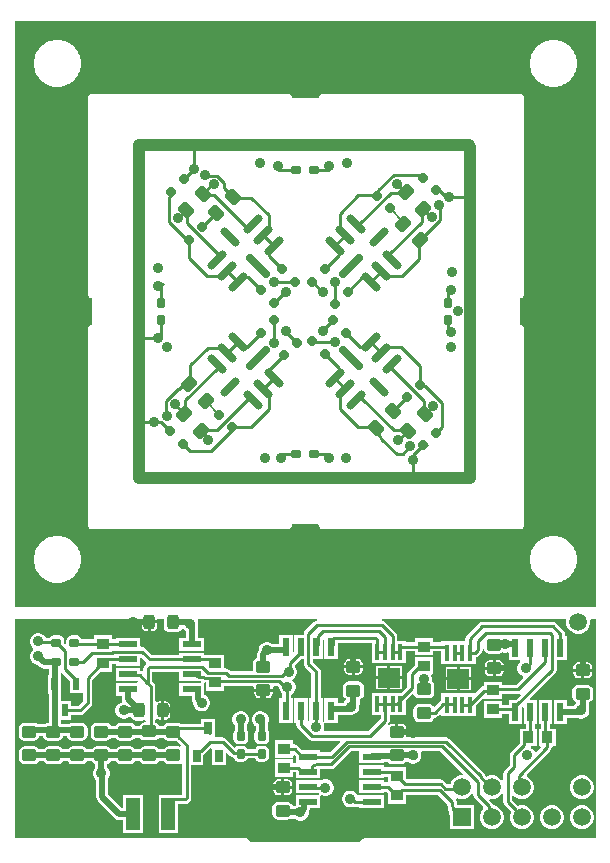
<source format=gtl>
G04*
G04 #@! TF.GenerationSoftware,Altium Limited,Altium Designer,22.9.1 (49)*
G04*
G04 Layer_Physical_Order=1*
G04 Layer_Color=255*
%FSLAX24Y24*%
%MOIN*%
G70*
G04*
G04 #@! TF.SameCoordinates,552243BB-0F40-405C-A021-40A65FA5EEAB*
G04*
G04*
G04 #@! TF.FilePolarity,Positive*
G04*
G01*
G75*
%ADD10C,0.0098*%
%ADD14R,0.0453X0.1063*%
%ADD15R,0.0610X0.0236*%
%ADD16R,0.0236X0.0610*%
%ADD17R,0.0394X0.0374*%
%ADD18R,0.0374X0.0394*%
G04:AMPARAMS|DCode=19|XSize=39.4mil|YSize=49.2mil|CornerRadius=9.8mil|HoleSize=0mil|Usage=FLASHONLY|Rotation=90.000|XOffset=0mil|YOffset=0mil|HoleType=Round|Shape=RoundedRectangle|*
%AMROUNDEDRECTD19*
21,1,0.0394,0.0295,0,0,90.0*
21,1,0.0197,0.0492,0,0,90.0*
1,1,0.0197,0.0148,0.0098*
1,1,0.0197,0.0148,-0.0098*
1,1,0.0197,-0.0148,-0.0098*
1,1,0.0197,-0.0148,0.0098*
%
%ADD19ROUNDEDRECTD19*%
%ADD20R,0.0728X0.0650*%
%ADD21R,0.0177X0.0551*%
G04:AMPARAMS|DCode=22|XSize=31.5mil|YSize=29.5mil|CornerRadius=7.4mil|HoleSize=0mil|Usage=FLASHONLY|Rotation=90.000|XOffset=0mil|YOffset=0mil|HoleType=Round|Shape=RoundedRectangle|*
%AMROUNDEDRECTD22*
21,1,0.0315,0.0148,0,0,90.0*
21,1,0.0167,0.0295,0,0,90.0*
1,1,0.0148,0.0074,0.0084*
1,1,0.0148,0.0074,-0.0084*
1,1,0.0148,-0.0074,-0.0084*
1,1,0.0148,-0.0074,0.0084*
%
%ADD22ROUNDEDRECTD22*%
%ADD23R,0.0256X0.0413*%
G04:AMPARAMS|DCode=24|XSize=39.4mil|YSize=49.2mil|CornerRadius=9.8mil|HoleSize=0mil|Usage=FLASHONLY|Rotation=0.000|XOffset=0mil|YOffset=0mil|HoleType=Round|Shape=RoundedRectangle|*
%AMROUNDEDRECTD24*
21,1,0.0394,0.0295,0,0,0.0*
21,1,0.0197,0.0492,0,0,0.0*
1,1,0.0197,0.0098,-0.0148*
1,1,0.0197,-0.0098,-0.0148*
1,1,0.0197,-0.0098,0.0148*
1,1,0.0197,0.0098,0.0148*
%
%ADD24ROUNDEDRECTD24*%
%ADD25R,0.0217X0.0433*%
G04:AMPARAMS|DCode=26|XSize=31.5mil|YSize=29.5mil|CornerRadius=7.4mil|HoleSize=0mil|Usage=FLASHONLY|Rotation=180.000|XOffset=0mil|YOffset=0mil|HoleType=Round|Shape=RoundedRectangle|*
%AMROUNDEDRECTD26*
21,1,0.0315,0.0148,0,0,180.0*
21,1,0.0167,0.0295,0,0,180.0*
1,1,0.0148,-0.0084,0.0074*
1,1,0.0148,0.0084,0.0074*
1,1,0.0148,0.0084,-0.0074*
1,1,0.0148,-0.0084,-0.0074*
%
%ADD26ROUNDEDRECTD26*%
G04:AMPARAMS|DCode=27|XSize=39.4mil|YSize=49.2mil|CornerRadius=9.8mil|HoleSize=0mil|Usage=FLASHONLY|Rotation=315.000|XOffset=0mil|YOffset=0mil|HoleType=Round|Shape=RoundedRectangle|*
%AMROUNDEDRECTD27*
21,1,0.0394,0.0295,0,0,315.0*
21,1,0.0197,0.0492,0,0,315.0*
1,1,0.0197,-0.0035,-0.0174*
1,1,0.0197,-0.0174,-0.0035*
1,1,0.0197,0.0035,0.0174*
1,1,0.0197,0.0174,0.0035*
%
%ADD27ROUNDEDRECTD27*%
G04:AMPARAMS|DCode=28|XSize=31.5mil|YSize=29.5mil|CornerRadius=7.4mil|HoleSize=0mil|Usage=FLASHONLY|Rotation=315.000|XOffset=0mil|YOffset=0mil|HoleType=Round|Shape=RoundedRectangle|*
%AMROUNDEDRECTD28*
21,1,0.0315,0.0148,0,0,315.0*
21,1,0.0167,0.0295,0,0,315.0*
1,1,0.0148,0.0007,-0.0111*
1,1,0.0148,-0.0111,0.0007*
1,1,0.0148,-0.0007,0.0111*
1,1,0.0148,0.0111,-0.0007*
%
%ADD28ROUNDEDRECTD28*%
G04:AMPARAMS|DCode=29|XSize=31.5mil|YSize=29.5mil|CornerRadius=7.4mil|HoleSize=0mil|Usage=FLASHONLY|Rotation=45.000|XOffset=0mil|YOffset=0mil|HoleType=Round|Shape=RoundedRectangle|*
%AMROUNDEDRECTD29*
21,1,0.0315,0.0148,0,0,45.0*
21,1,0.0167,0.0295,0,0,45.0*
1,1,0.0148,0.0111,0.0007*
1,1,0.0148,-0.0007,-0.0111*
1,1,0.0148,-0.0111,-0.0007*
1,1,0.0148,0.0007,0.0111*
%
%ADD29ROUNDEDRECTD29*%
G04:AMPARAMS|DCode=30|XSize=39.4mil|YSize=49.2mil|CornerRadius=9.8mil|HoleSize=0mil|Usage=FLASHONLY|Rotation=45.000|XOffset=0mil|YOffset=0mil|HoleType=Round|Shape=RoundedRectangle|*
%AMROUNDEDRECTD30*
21,1,0.0394,0.0295,0,0,45.0*
21,1,0.0197,0.0492,0,0,45.0*
1,1,0.0197,0.0174,-0.0035*
1,1,0.0197,0.0035,-0.0174*
1,1,0.0197,-0.0174,0.0035*
1,1,0.0197,-0.0035,0.0174*
%
%ADD30ROUNDEDRECTD30*%
G04:AMPARAMS|DCode=31|XSize=27.6mil|YSize=103.5mil|CornerRadius=0mil|HoleSize=0mil|Usage=FLASHONLY|Rotation=45.000|XOffset=0mil|YOffset=0mil|HoleType=Round|Shape=Round|*
%AMOVALD31*
21,1,0.0760,0.0276,0.0000,0.0000,135.0*
1,1,0.0276,0.0269,-0.0269*
1,1,0.0276,-0.0269,0.0269*
%
%ADD31OVALD31*%

G04:AMPARAMS|DCode=32|XSize=27.6mil|YSize=78.7mil|CornerRadius=0mil|HoleSize=0mil|Usage=FLASHONLY|Rotation=135.000|XOffset=0mil|YOffset=0mil|HoleType=Round|Shape=Round|*
%AMOVALD32*
21,1,0.0512,0.0276,0.0000,0.0000,225.0*
1,1,0.0276,0.0181,0.0181*
1,1,0.0276,-0.0181,-0.0181*
%
%ADD32OVALD32*%

G04:AMPARAMS|DCode=33|XSize=27.6mil|YSize=78.7mil|CornerRadius=0mil|HoleSize=0mil|Usage=FLASHONLY|Rotation=45.000|XOffset=0mil|YOffset=0mil|HoleType=Round|Shape=Round|*
%AMOVALD33*
21,1,0.0512,0.0276,0.0000,0.0000,135.0*
1,1,0.0276,0.0181,-0.0181*
1,1,0.0276,-0.0181,0.0181*
%
%ADD33OVALD33*%

G04:AMPARAMS|DCode=34|XSize=27.6mil|YSize=103.5mil|CornerRadius=0mil|HoleSize=0mil|Usage=FLASHONLY|Rotation=135.000|XOffset=0mil|YOffset=0mil|HoleType=Round|Shape=Round|*
%AMOVALD34*
21,1,0.0760,0.0276,0.0000,0.0000,225.0*
1,1,0.0276,0.0269,0.0269*
1,1,0.0276,-0.0269,-0.0269*
%
%ADD34OVALD34*%

%ADD62C,0.0197*%
%ADD63C,0.0394*%
%ADD64C,0.0157*%
%ADD65C,0.0080*%
%ADD66C,0.0591*%
%ADD67R,0.0591X0.0591*%
%ADD68C,0.0354*%
G36*
X9690Y-9850D02*
X-9690D01*
X-9690Y9690D01*
X9690D01*
X9690Y-9850D01*
D02*
G37*
G36*
X9690Y-17564D02*
X1969D01*
X1910Y-17575D01*
X1860Y-17608D01*
X1827Y-17658D01*
X1819Y-17700D01*
X-1819D01*
X-1827Y-17658D01*
X-1860Y-17608D01*
X-1910Y-17575D01*
X-1969Y-17564D01*
X-9690D01*
X-9690Y-10250D01*
X-5454D01*
Y-10300D01*
X-4934D01*
Y-10250D01*
X-4707D01*
Y-10498D01*
X-4692Y-10575D01*
X-4648Y-10641D01*
X-4582Y-10685D01*
X-4505Y-10700D01*
X-4308D01*
X-4230Y-10685D01*
X-4165Y-10641D01*
X-4124Y-10579D01*
X-4102Y-10574D01*
X-4069Y-10573D01*
X-4066Y-10578D01*
X-4015Y-10629D01*
X-3989Y-10644D01*
Y-10882D01*
X-4192D01*
Y-11318D01*
X-3382D01*
Y-10882D01*
X-3585D01*
Y-10508D01*
X-3568Y-10444D01*
Y-10371D01*
X-3586Y-10301D01*
X-3591Y-10293D01*
X-3566Y-10250D01*
X384D01*
X389Y-10300D01*
X342Y-10309D01*
X292Y-10342D01*
X0Y-10634D01*
X-32Y-10684D01*
X-44Y-10742D01*
Y-10774D01*
X-360D01*
Y-11340D01*
X-374Y-11350D01*
X-424Y-11324D01*
Y-10774D01*
X-860D01*
Y-11098D01*
X-1087D01*
X-1106Y-11078D01*
X-1170Y-11042D01*
X-1240Y-11023D01*
X-1313D01*
X-1384Y-11042D01*
X-1447Y-11078D01*
X-1498Y-11130D01*
X-1535Y-11193D01*
X-1554Y-11264D01*
Y-11300D01*
X-1579Y-11338D01*
X-1594Y-11415D01*
Y-11552D01*
X-1617Y-11557D01*
X-1683Y-11600D01*
X-1726Y-11666D01*
X-1742Y-11744D01*
Y-11940D01*
X-1738Y-11959D01*
X-1770Y-11998D01*
X-2487D01*
X-2542Y-11942D01*
X-2592Y-11909D01*
X-2650Y-11898D01*
X-2703D01*
Y-11448D01*
X-3134D01*
X-3135Y-11448D01*
X-3382D01*
Y-11382D01*
X-4192D01*
Y-11448D01*
X-5119D01*
X-5333Y-11233D01*
X-5383Y-11200D01*
X-5441Y-11189D01*
X-5458Y-11192D01*
X-5508Y-11156D01*
Y-10882D01*
X-6318D01*
Y-10923D01*
X-6453D01*
Y-10798D01*
X-7047D01*
Y-10923D01*
X-7454D01*
X-7457Y-10908D01*
X-7496Y-10851D01*
X-7553Y-10812D01*
X-7621Y-10799D01*
X-7788D01*
X-7856Y-10812D01*
X-7914Y-10851D01*
X-7952Y-10908D01*
X-7966Y-10976D01*
Y-11047D01*
X-8016Y-11072D01*
X-8034Y-11058D01*
Y-10976D01*
X-8048Y-10908D01*
X-8086Y-10851D01*
X-8144Y-10812D01*
X-8212Y-10799D01*
X-8379D01*
X-8447Y-10812D01*
X-8504Y-10851D01*
X-8519Y-10873D01*
X-8653D01*
X-8678Y-10830D01*
X-8730Y-10778D01*
X-8793Y-10742D01*
X-8864Y-10723D01*
X-8936D01*
X-9007Y-10742D01*
X-9070Y-10778D01*
X-9122Y-10830D01*
X-9158Y-10893D01*
X-9177Y-10964D01*
Y-11036D01*
X-9158Y-11107D01*
X-9122Y-11170D01*
X-9070Y-11222D01*
X-9065Y-11225D01*
Y-11275D01*
X-9070Y-11278D01*
X-9122Y-11330D01*
X-9158Y-11393D01*
X-9177Y-11464D01*
Y-11536D01*
X-9158Y-11607D01*
X-9122Y-11670D01*
X-9070Y-11722D01*
X-9007Y-11758D01*
X-8936Y-11777D01*
X-8909D01*
X-8843Y-11843D01*
X-8777Y-11887D01*
X-8700Y-11902D01*
X-8552D01*
Y-12112D01*
X-8582D01*
Y-12745D01*
X-8552D01*
Y-13706D01*
X-8625Y-13721D01*
X-8679Y-13757D01*
X-8921D01*
X-8975Y-13721D01*
X-9052Y-13706D01*
X-9348D01*
X-9425Y-13721D01*
X-9491Y-13765D01*
X-9535Y-13830D01*
X-9550Y-13908D01*
Y-14105D01*
X-9535Y-14182D01*
X-9491Y-14248D01*
X-9425Y-14292D01*
X-9348Y-14307D01*
X-9052D01*
X-8975Y-14292D01*
X-8909Y-14248D01*
X-8865Y-14182D01*
X-8861Y-14162D01*
X-8739D01*
X-8735Y-14182D01*
X-8691Y-14248D01*
X-8625Y-14292D01*
X-8548Y-14307D01*
X-8252D01*
X-8175Y-14292D01*
X-8109Y-14248D01*
X-8065Y-14182D01*
X-8061Y-14162D01*
X-7940D01*
X-7935Y-14188D01*
X-7891Y-14254D01*
X-7825Y-14298D01*
X-7748Y-14313D01*
X-7452D01*
X-7375Y-14298D01*
X-7309Y-14254D01*
X-7265Y-14188D01*
X-7250Y-14111D01*
Y-13914D01*
X-7265Y-13837D01*
X-7309Y-13771D01*
X-7375Y-13727D01*
X-7452Y-13712D01*
X-7748D01*
X-7825Y-13727D01*
X-7870Y-13757D01*
X-8121D01*
X-8148Y-13739D01*
Y-13615D01*
X-7792D01*
Y-13451D01*
X-7499D01*
X-7441Y-13439D01*
X-7391Y-13406D01*
X-7142Y-13158D01*
X-7109Y-13108D01*
X-7098Y-13050D01*
X-7098Y-13050D01*
Y-12278D01*
X-6822Y-12002D01*
X-6453D01*
Y-11752D01*
X-6318D01*
Y-11818D01*
X-5508D01*
Y-11560D01*
X-5458Y-11539D01*
X-5309Y-11688D01*
X-5305Y-11713D01*
X-5307Y-11746D01*
X-5311Y-11753D01*
X-5358Y-11800D01*
X-5391Y-11849D01*
X-5402Y-11908D01*
Y-11970D01*
X-5452Y-11997D01*
X-5460Y-11992D01*
X-5508Y-11982D01*
Y-11882D01*
X-6318D01*
Y-12318D01*
X-5582D01*
X-5572Y-12332D01*
X-5599Y-12382D01*
X-6318D01*
Y-12818D01*
X-6115D01*
Y-12931D01*
X-6100Y-13008D01*
X-6108Y-13028D01*
X-6157Y-13042D01*
X-6220Y-13078D01*
X-6272Y-13130D01*
X-6308Y-13193D01*
X-6327Y-13264D01*
Y-13336D01*
X-6308Y-13407D01*
X-6272Y-13470D01*
X-6220Y-13522D01*
X-6157Y-13558D01*
X-6086Y-13577D01*
X-6014D01*
X-5943Y-13558D01*
X-5880Y-13522D01*
X-5864Y-13523D01*
X-5823Y-13534D01*
X-5785Y-13591D01*
X-5720Y-13635D01*
X-5642Y-13650D01*
X-5445D01*
X-5368Y-13635D01*
X-5352Y-13624D01*
X-5302Y-13651D01*
Y-13699D01*
X-5348D01*
X-5425Y-13715D01*
X-5491Y-13759D01*
X-5521Y-13804D01*
X-5683D01*
X-5709Y-13765D01*
X-5775Y-13721D01*
X-5852Y-13706D01*
X-6148D01*
X-6225Y-13721D01*
X-6291Y-13765D01*
X-6317Y-13804D01*
X-6483D01*
X-6509Y-13765D01*
X-6575Y-13721D01*
X-6652Y-13706D01*
X-6948D01*
X-7025Y-13721D01*
X-7091Y-13765D01*
X-7135Y-13830D01*
X-7150Y-13908D01*
Y-14105D01*
X-7135Y-14182D01*
X-7091Y-14248D01*
X-7025Y-14292D01*
X-6948Y-14307D01*
X-6652D01*
X-6575Y-14292D01*
X-6509Y-14248D01*
X-6483Y-14209D01*
X-6317D01*
X-6291Y-14248D01*
X-6225Y-14292D01*
X-6148Y-14307D01*
X-5852D01*
X-5775Y-14292D01*
X-5709Y-14248D01*
X-5683Y-14209D01*
X-5513D01*
X-5491Y-14241D01*
X-5425Y-14285D01*
X-5348Y-14301D01*
X-5052D01*
X-4975Y-14285D01*
X-4909Y-14241D01*
X-4887Y-14209D01*
X-4717D01*
X-4691Y-14248D01*
X-4625Y-14292D01*
X-4548Y-14307D01*
X-4314D01*
X-4157Y-14465D01*
X-4158Y-14468D01*
X-4186Y-14506D01*
X-4252Y-14493D01*
X-4548D01*
X-4625Y-14508D01*
X-4691Y-14552D01*
X-4717Y-14591D01*
X-4879D01*
X-4909Y-14546D01*
X-4975Y-14502D01*
X-5052Y-14487D01*
X-5348D01*
X-5425Y-14502D01*
X-5491Y-14546D01*
X-5521Y-14591D01*
X-5683D01*
X-5709Y-14552D01*
X-5775Y-14508D01*
X-5852Y-14493D01*
X-6148D01*
X-6225Y-14508D01*
X-6291Y-14552D01*
X-6317Y-14591D01*
X-6483D01*
X-6509Y-14552D01*
X-6575Y-14508D01*
X-6652Y-14493D01*
X-6948D01*
X-7025Y-14508D01*
X-7091Y-14552D01*
X-7117Y-14591D01*
X-7287D01*
X-7309Y-14559D01*
X-7375Y-14515D01*
X-7452Y-14499D01*
X-7748D01*
X-7825Y-14515D01*
X-7891Y-14559D01*
X-7913Y-14591D01*
X-8083D01*
X-8109Y-14552D01*
X-8175Y-14508D01*
X-8252Y-14493D01*
X-8548D01*
X-8625Y-14508D01*
X-8691Y-14552D01*
X-8717Y-14591D01*
X-8883D01*
X-8909Y-14552D01*
X-8975Y-14508D01*
X-9052Y-14493D01*
X-9348D01*
X-9425Y-14508D01*
X-9491Y-14552D01*
X-9535Y-14618D01*
X-9550Y-14695D01*
Y-14892D01*
X-9535Y-14970D01*
X-9491Y-15035D01*
X-9425Y-15079D01*
X-9348Y-15094D01*
X-9052D01*
X-8975Y-15079D01*
X-8909Y-15035D01*
X-8883Y-14996D01*
X-8717D01*
X-8691Y-15035D01*
X-8625Y-15079D01*
X-8548Y-15094D01*
X-8252D01*
X-8175Y-15079D01*
X-8109Y-15035D01*
X-8083Y-14996D01*
X-7921D01*
X-7891Y-15041D01*
X-7825Y-15085D01*
X-7748Y-15101D01*
X-7452D01*
X-7375Y-15085D01*
X-7309Y-15041D01*
X-7279Y-14996D01*
X-7117D01*
X-7091Y-15035D01*
X-7025Y-15079D01*
X-7002Y-15084D01*
Y-15210D01*
X-7022Y-15230D01*
X-7058Y-15293D01*
X-7077Y-15364D01*
Y-15436D01*
X-7058Y-15507D01*
X-7022Y-15570D01*
X-6972Y-15620D01*
Y-16180D01*
X-6957Y-16258D01*
X-6913Y-16323D01*
X-6343Y-16893D01*
X-6277Y-16937D01*
X-6200Y-16952D01*
X-6067D01*
Y-17382D01*
X-5414D01*
Y-16119D01*
X-6067D01*
Y-16546D01*
X-6117Y-16547D01*
X-6568Y-16096D01*
Y-15552D01*
X-6542Y-15507D01*
X-6523Y-15436D01*
Y-15364D01*
X-6542Y-15293D01*
X-6578Y-15230D01*
X-6598Y-15210D01*
Y-15084D01*
X-6575Y-15079D01*
X-6509Y-15035D01*
X-6483Y-14996D01*
X-6317D01*
X-6291Y-15035D01*
X-6225Y-15079D01*
X-6148Y-15094D01*
X-5852D01*
X-5775Y-15079D01*
X-5709Y-15035D01*
X-5683Y-14996D01*
X-5513D01*
X-5491Y-15029D01*
X-5425Y-15073D01*
X-5348Y-15088D01*
X-5052D01*
X-4975Y-15073D01*
X-4909Y-15029D01*
X-4887Y-14996D01*
X-4717D01*
X-4691Y-15035D01*
X-4625Y-15079D01*
X-4548Y-15094D01*
X-4252D01*
X-4175Y-15079D01*
X-4152Y-15064D01*
X-4102Y-15091D01*
Y-16116D01*
X-4382D01*
X-4397Y-16119D01*
X-4886D01*
Y-17382D01*
X-4233D01*
Y-16420D01*
X-4003D01*
X-3945Y-16408D01*
X-3896Y-16375D01*
X-3842Y-16322D01*
X-3842Y-16322D01*
X-3809Y-16273D01*
X-3798Y-16215D01*
Y-15109D01*
X-3396D01*
Y-14778D01*
X-3359Y-14753D01*
X-3154Y-14548D01*
X-3104Y-14569D01*
Y-15109D01*
X-2648D01*
Y-14732D01*
X-2602Y-14713D01*
X-2495Y-14820D01*
X-2495Y-14820D01*
X-2446Y-14853D01*
X-2394Y-14863D01*
X-2388Y-14897D01*
X-2349Y-14954D01*
X-2292Y-14993D01*
X-2224Y-15006D01*
X-2076D01*
X-2008Y-14993D01*
X-1951Y-14954D01*
X-1913Y-14897D01*
X-1687D01*
X-1649Y-14954D01*
X-1592Y-14993D01*
X-1524Y-15006D01*
X-1376D01*
X-1308Y-14993D01*
X-1251Y-14954D01*
X-1212Y-14897D01*
X-1199Y-14829D01*
Y-14662D01*
X-1212Y-14594D01*
X-1251Y-14536D01*
X-1308Y-14498D01*
X-1376Y-14484D01*
X-1524D01*
X-1592Y-14498D01*
X-1649Y-14536D01*
X-1687Y-14593D01*
X-1913D01*
X-1951Y-14536D01*
X-2008Y-14498D01*
X-2076Y-14484D01*
X-2224D01*
X-2292Y-14498D01*
X-2349Y-14536D01*
X-2642Y-14242D01*
X-2692Y-14209D01*
X-2750Y-14198D01*
X-3022D01*
Y-14069D01*
X-3019Y-14055D01*
X-3022Y-14040D01*
Y-13591D01*
X-3478D01*
Y-13745D01*
X-4139D01*
X-4175Y-13721D01*
X-4252Y-13706D01*
X-4548D01*
X-4625Y-13721D01*
X-4691Y-13765D01*
X-4717Y-13804D01*
X-4879D01*
X-4909Y-13759D01*
X-4975Y-13715D01*
X-4998Y-13710D01*
Y-13602D01*
X-4948Y-13576D01*
X-4917Y-13597D01*
X-4855Y-13609D01*
X-4806D01*
Y-13300D01*
Y-12991D01*
X-4855D01*
X-4917Y-13003D01*
X-4948Y-13024D01*
X-4998Y-12998D01*
Y-12500D01*
X-4998Y-12500D01*
X-5009Y-12442D01*
X-5042Y-12392D01*
X-5042Y-12392D01*
X-5098Y-12337D01*
Y-12002D01*
X-4192D01*
Y-12318D01*
X-3559D01*
X-3558Y-12319D01*
X-3483Y-12332D01*
X-3488Y-12382D01*
X-4192D01*
Y-12818D01*
X-3783D01*
Y-12920D01*
X-3767Y-12997D01*
X-3727Y-13057D01*
Y-13086D01*
X-3708Y-13157D01*
X-3672Y-13220D01*
X-3620Y-13272D01*
X-3557Y-13308D01*
X-3486Y-13327D01*
X-3414D01*
X-3343Y-13308D01*
X-3280Y-13272D01*
X-3228Y-13220D01*
X-3192Y-13157D01*
X-3173Y-13086D01*
Y-13014D01*
X-3192Y-12943D01*
X-3228Y-12880D01*
X-3280Y-12828D01*
X-3343Y-12792D01*
X-3378Y-12782D01*
Y-12620D01*
X-3382Y-12600D01*
Y-12401D01*
X-3345Y-12360D01*
X-3297Y-12367D01*
Y-12652D01*
X-2703D01*
Y-12485D01*
X-1731D01*
X-1700Y-12524D01*
X-1701Y-12531D01*
Y-12579D01*
X-1392D01*
X-1083D01*
Y-12531D01*
X-1084Y-12524D01*
X-1052Y-12485D01*
X-925D01*
X-877Y-12533D01*
Y-12562D01*
X-858Y-12633D01*
X-822Y-12696D01*
X-773Y-12745D01*
Y-12900D01*
X-860D01*
Y-13710D01*
X-424D01*
Y-12900D01*
X-469D01*
Y-12770D01*
X-430Y-12748D01*
X-378Y-12696D01*
X-342Y-12633D01*
X-323Y-12562D01*
Y-12489D01*
X-342Y-12419D01*
X-378Y-12356D01*
X-424Y-12310D01*
X-427Y-12282D01*
X-423Y-12251D01*
X-387Y-12230D01*
X-335Y-12178D01*
X-299Y-12115D01*
X-280Y-12045D01*
Y-11972D01*
X-299Y-11901D01*
X-335Y-11838D01*
X-356Y-11817D01*
Y-11795D01*
X-145Y-11584D01*
X-44D01*
Y-11742D01*
X-32Y-11800D01*
X0Y-11849D01*
X206Y-12055D01*
Y-12900D01*
X140D01*
Y-13636D01*
X126Y-13647D01*
X76Y-13623D01*
Y-12900D01*
X-360D01*
Y-13710D01*
X-294D01*
Y-13792D01*
X-282Y-13850D01*
X-250Y-13900D01*
X109Y-14258D01*
X158Y-14291D01*
X216Y-14302D01*
X216Y-14302D01*
X1164D01*
X1183Y-14348D01*
X833Y-14698D01*
X492D01*
Y-14632D01*
X-94D01*
X-248Y-14477D01*
X-297Y-14444D01*
X-356Y-14433D01*
X-403D01*
Y-14298D01*
X-997D01*
Y-14872D01*
X-403D01*
Y-14818D01*
X-357Y-14799D01*
X-318Y-14838D01*
Y-15063D01*
X-403D01*
Y-14928D01*
X-997D01*
Y-15502D01*
X-403D01*
Y-15367D01*
X-318D01*
Y-15568D01*
X492D01*
Y-15252D01*
X856D01*
X915Y-15241D01*
X964Y-15208D01*
X1519Y-14652D01*
X1808D01*
Y-15068D01*
X2618D01*
Y-15033D01*
X2758D01*
X2759Y-15035D01*
X2825Y-15079D01*
X2902Y-15094D01*
X3198D01*
X3275Y-15079D01*
X3341Y-15035D01*
X3359Y-15008D01*
X3412Y-15004D01*
X3424Y-15015D01*
X3487Y-15052D01*
X3557Y-15071D01*
X3630D01*
X3701Y-15052D01*
X3726Y-15037D01*
X3727Y-15037D01*
X3732Y-15034D01*
X3764Y-15015D01*
X3773Y-15007D01*
X3793Y-14993D01*
X3807Y-14973D01*
X3815Y-14964D01*
X3834Y-14932D01*
X3837Y-14927D01*
X3837Y-14926D01*
X3852Y-14901D01*
X3871Y-14830D01*
Y-14757D01*
X3856Y-14702D01*
X3884Y-14652D01*
X4487D01*
X5244Y-15409D01*
X5223Y-15459D01*
X5172D01*
X5072Y-15486D01*
X4982Y-15538D01*
X4908Y-15612D01*
X4856Y-15702D01*
X4839Y-15764D01*
X4738D01*
X4616Y-15642D01*
X4567Y-15609D01*
X4509Y-15598D01*
X3378D01*
X3347Y-15567D01*
Y-15198D01*
X2916D01*
X2915Y-15198D01*
X2618D01*
Y-15132D01*
X1808D01*
Y-15568D01*
X2618D01*
Y-15502D01*
X2753D01*
Y-15698D01*
X2618D01*
Y-15632D01*
X1808D01*
Y-16068D01*
X2618D01*
Y-16002D01*
X2712D01*
X2753Y-16043D01*
Y-16402D01*
X3347D01*
Y-16102D01*
X4436D01*
X4739Y-16406D01*
X4755Y-16561D01*
X4808Y-16736D01*
X4829Y-16776D01*
Y-17250D01*
X5620D01*
Y-16459D01*
X5050D01*
X5042Y-16383D01*
X5043Y-16380D01*
Y-16342D01*
X5043Y-16342D01*
X5031Y-16284D01*
X5028Y-16279D01*
X5044Y-16212D01*
X5049Y-16209D01*
X5072Y-16223D01*
X5172Y-16250D01*
X5276D01*
X5377Y-16223D01*
X5467Y-16171D01*
X5541Y-16097D01*
X5548Y-16085D01*
X5598Y-16098D01*
Y-16122D01*
X5609Y-16180D01*
X5642Y-16229D01*
X5933Y-16520D01*
Y-16587D01*
X5908Y-16612D01*
X5856Y-16702D01*
X5829Y-16802D01*
Y-16906D01*
X5856Y-17007D01*
X5908Y-17097D01*
X5982Y-17171D01*
X6072Y-17223D01*
X6172Y-17250D01*
X6276D01*
X6377Y-17223D01*
X6467Y-17171D01*
X6541Y-17097D01*
X6593Y-17007D01*
X6620Y-16906D01*
Y-16802D01*
X6593Y-16702D01*
X6541Y-16612D01*
X6467Y-16538D01*
X6377Y-16486D01*
X6276Y-16459D01*
X6261D01*
X6255Y-16428D01*
X6222Y-16379D01*
X6222Y-16379D01*
X6135Y-16291D01*
X6161Y-16246D01*
X6172Y-16250D01*
X6276D01*
X6377Y-16223D01*
X6467Y-16171D01*
X6541Y-16097D01*
X6548Y-16085D01*
X6598Y-16098D01*
Y-16350D01*
X6609Y-16408D01*
X6642Y-16458D01*
X6867Y-16682D01*
X6856Y-16702D01*
X6829Y-16802D01*
Y-16906D01*
X6856Y-17007D01*
X6908Y-17097D01*
X6982Y-17171D01*
X7072Y-17223D01*
X7172Y-17250D01*
X7276D01*
X7377Y-17223D01*
X7467Y-17171D01*
X7541Y-17097D01*
X7593Y-17007D01*
X7620Y-16906D01*
Y-16802D01*
X7593Y-16702D01*
X7541Y-16612D01*
X7467Y-16538D01*
X7377Y-16486D01*
X7276Y-16459D01*
X7172D01*
X7095Y-16480D01*
X6902Y-16287D01*
Y-16162D01*
X6952Y-16141D01*
X6982Y-16171D01*
X7072Y-16223D01*
X7172Y-16250D01*
X7276D01*
X7377Y-16223D01*
X7467Y-16171D01*
X7541Y-16097D01*
X7593Y-16007D01*
X7620Y-15906D01*
Y-15802D01*
X7593Y-15702D01*
X7541Y-15612D01*
X7467Y-15538D01*
X7391Y-15494D01*
X7376Y-15439D01*
X8173Y-14643D01*
X8173Y-14643D01*
X8206Y-14593D01*
X8217Y-14535D01*
X8247Y-14497D01*
X8352D01*
Y-13903D01*
X8160D01*
Y-13760D01*
X8226D01*
Y-12950D01*
X7790D01*
Y-13760D01*
X7856D01*
Y-13903D01*
X7778D01*
Y-14497D01*
X7823D01*
X7842Y-14543D01*
X7699Y-14686D01*
X7643Y-14671D01*
X7615Y-14624D01*
X7564Y-14572D01*
X7520Y-14547D01*
X7534Y-14497D01*
X7722D01*
Y-13903D01*
X7660D01*
Y-13760D01*
X7726D01*
Y-12950D01*
X7507D01*
X7488Y-12904D01*
X8333Y-12058D01*
X8333Y-12058D01*
X8366Y-12009D01*
X8378Y-11951D01*
X8378Y-11951D01*
Y-11634D01*
X8726D01*
Y-10824D01*
X8660D01*
Y-10758D01*
X8660Y-10758D01*
X8649Y-10700D01*
X8616Y-10651D01*
X8616Y-10650D01*
X8358Y-10392D01*
X8308Y-10359D01*
X8250Y-10348D01*
X5900D01*
X5900Y-10348D01*
X5842Y-10359D01*
X5792Y-10392D01*
X5792Y-10392D01*
X5384Y-10800D01*
X5351Y-10850D01*
X5340Y-10908D01*
Y-11000D01*
X4536D01*
Y-11025D01*
X4255D01*
Y-10890D01*
X3661D01*
Y-11025D01*
X3362D01*
Y-10971D01*
X3070D01*
Y-10818D01*
X3070Y-10818D01*
X3058Y-10759D01*
X3025Y-10710D01*
X2658Y-10342D01*
X2608Y-10309D01*
X2561Y-10300D01*
X2566Y-10250D01*
X8677D01*
X8707Y-10290D01*
X8705Y-10298D01*
Y-10402D01*
X8732Y-10503D01*
X8784Y-10593D01*
X8857Y-10666D01*
X8947Y-10718D01*
X9048Y-10745D01*
X9152D01*
X9253Y-10718D01*
X9343Y-10666D01*
X9416Y-10593D01*
X9468Y-10503D01*
X9495Y-10402D01*
Y-10298D01*
X9493Y-10290D01*
X9523Y-10250D01*
X9690D01*
X9690Y-17564D01*
D02*
G37*
G36*
X640Y-10939D02*
Y-11584D01*
X1076D01*
Y-11125D01*
X1079Y-11110D01*
Y-11041D01*
X2217D01*
Y-11722D01*
X3362D01*
Y-11329D01*
X3661D01*
Y-11464D01*
X4255D01*
Y-11329D01*
X4536D01*
Y-11751D01*
X5681D01*
Y-11527D01*
X5732Y-11516D01*
X5782Y-11483D01*
X5866Y-11400D01*
X5899Y-11350D01*
X5910Y-11292D01*
Y-11261D01*
X5960Y-11256D01*
X5965Y-11282D01*
X6009Y-11348D01*
X6075Y-11392D01*
X6152Y-11407D01*
X6448D01*
X6525Y-11392D01*
X6575Y-11358D01*
X6613Y-11369D01*
X6686D01*
X6740Y-11355D01*
X6790Y-11383D01*
Y-11634D01*
X7156D01*
X7170Y-11660D01*
X7174Y-11684D01*
X7128Y-11730D01*
X7092Y-11793D01*
X7073Y-11864D01*
Y-11936D01*
X7092Y-12007D01*
X7128Y-12070D01*
X7180Y-12122D01*
X7243Y-12158D01*
X7261Y-12163D01*
X7274Y-12211D01*
X7037Y-12448D01*
X6547D01*
Y-12348D01*
X5953D01*
Y-12487D01*
X5905Y-12496D01*
X5856Y-12529D01*
X5652Y-12732D01*
X4536D01*
Y-12961D01*
X4500Y-12984D01*
X4313Y-13171D01*
X4264Y-13166D01*
X4249Y-13144D01*
X4183Y-13100D01*
X4106Y-13085D01*
X3810D01*
X3733Y-13100D01*
X3667Y-13144D01*
X3624Y-13210D01*
X3608Y-13287D01*
Y-13484D01*
X3624Y-13561D01*
X3667Y-13627D01*
X3733Y-13671D01*
X3810Y-13686D01*
X4106D01*
X4183Y-13671D01*
X4249Y-13627D01*
X4293Y-13561D01*
X4297Y-13538D01*
X4314D01*
X4373Y-13526D01*
X4422Y-13493D01*
X4489Y-13426D01*
X4536Y-13445D01*
Y-13484D01*
X5681D01*
Y-13135D01*
X5911Y-12904D01*
X5953Y-12922D01*
Y-12922D01*
X6547D01*
Y-12752D01*
X7100D01*
X7147Y-12743D01*
X7175Y-12779D01*
X7177Y-12784D01*
X7011Y-12950D01*
X6790D01*
Y-13113D01*
X6547D01*
Y-12978D01*
X5953D01*
Y-13552D01*
X6547D01*
Y-13417D01*
X6790D01*
Y-13760D01*
X7226D01*
Y-13194D01*
X7240Y-13184D01*
X7290Y-13210D01*
Y-13760D01*
X7356D01*
Y-13903D01*
X7148D01*
Y-14323D01*
X7145Y-14338D01*
Y-14390D01*
X6858Y-14677D01*
X6825Y-14726D01*
X6813Y-14784D01*
Y-15121D01*
X6642Y-15292D01*
X6609Y-15342D01*
X6598Y-15400D01*
Y-15611D01*
X6548Y-15624D01*
X6541Y-15612D01*
X6467Y-15538D01*
X6377Y-15486D01*
X6276Y-15459D01*
X6172D01*
X6072Y-15486D01*
X6036Y-15507D01*
X5994Y-15465D01*
X5989Y-15440D01*
X5956Y-15391D01*
X4807Y-14242D01*
X4757Y-14209D01*
X4699Y-14197D01*
X3382D01*
X3351Y-14147D01*
X3359Y-14105D01*
Y-14056D01*
X3050D01*
Y-14006D01*
X3000D01*
Y-13746D01*
X2902D01*
X2841Y-13759D01*
X2806Y-13782D01*
X2769Y-13750D01*
X2802Y-13700D01*
X2814Y-13642D01*
X2814Y-13642D01*
Y-13454D01*
X3362D01*
Y-12977D01*
X3575Y-12765D01*
X3628Y-12781D01*
X3667Y-12840D01*
X3733Y-12884D01*
X3810Y-12899D01*
X4106D01*
X4183Y-12884D01*
X4249Y-12840D01*
X4293Y-12774D01*
X4308Y-12697D01*
Y-12500D01*
X4293Y-12422D01*
X4249Y-12357D01*
X4214Y-12334D01*
X4227Y-12286D01*
Y-12214D01*
X4208Y-12143D01*
X4205Y-12137D01*
X4230Y-12094D01*
X4255D01*
Y-11520D01*
X3661D01*
Y-11774D01*
X3661Y-11774D01*
X3661Y-11774D01*
X3451Y-11984D01*
X3418Y-12034D01*
X3406Y-12092D01*
Y-12503D01*
X3206Y-12703D01*
X2217D01*
Y-13454D01*
X2509D01*
Y-13579D01*
X2091Y-13998D01*
X635D01*
X611Y-13948D01*
X627Y-13886D01*
Y-13814D01*
X613Y-13760D01*
X609Y-13747D01*
X609Y-13747D01*
Y-13747D01*
X610Y-13751D01*
X611Y-13745D01*
X626Y-13728D01*
X647Y-13710D01*
X684Y-13710D01*
X1076D01*
Y-13452D01*
X1450D01*
X1483Y-13446D01*
X1493Y-13448D01*
X1566D01*
X1636Y-13429D01*
X1699Y-13393D01*
X1751Y-13341D01*
X1787Y-13278D01*
X1806Y-13207D01*
Y-13134D01*
X1804Y-13125D01*
X1810Y-13092D01*
Y-12925D01*
X1833Y-12921D01*
X1899Y-12877D01*
X1943Y-12811D01*
X1958Y-12734D01*
Y-12537D01*
X1943Y-12460D01*
X1899Y-12394D01*
X1833Y-12350D01*
X1756Y-12335D01*
X1460D01*
X1383Y-12350D01*
X1317Y-12394D01*
X1274Y-12460D01*
X1258Y-12537D01*
Y-12734D01*
X1274Y-12811D01*
X1317Y-12877D01*
X1348Y-12898D01*
X1352Y-12918D01*
X1349Y-12959D01*
X1307Y-13001D01*
X1280Y-13048D01*
X1076D01*
Y-12900D01*
X640D01*
Y-13657D01*
X626Y-13668D01*
X591Y-13679D01*
X589Y-13679D01*
X576Y-13667D01*
Y-12900D01*
X510D01*
Y-11992D01*
X499Y-11934D01*
X466Y-11884D01*
X466Y-11884D01*
X260Y-11679D01*
Y-11584D01*
X576D01*
Y-11125D01*
X579Y-11110D01*
Y-10919D01*
X590Y-10912D01*
X640Y-10939D01*
D02*
G37*
G36*
X-7834Y-12308D02*
Y-12726D01*
X-7418D01*
X-7402Y-12769D01*
Y-12987D01*
X-7562Y-13147D01*
X-7792D01*
Y-12982D01*
X-8148D01*
Y-12063D01*
X-8137Y-12055D01*
X-8098Y-12044D01*
X-7834Y-12308D01*
D02*
G37*
%LPC*%
G36*
X8330Y9051D02*
X8206D01*
X8191Y9048D01*
X8176D01*
X8054Y9023D01*
X8040Y9018D01*
X8025Y9015D01*
X7911Y8967D01*
X7898Y8959D01*
X7884Y8953D01*
X7781Y8884D01*
X7771Y8874D01*
X7758Y8865D01*
X7670Y8777D01*
X7662Y8765D01*
X7651Y8754D01*
X7582Y8651D01*
X7577Y8637D01*
X7568Y8625D01*
X7521Y8510D01*
X7518Y8495D01*
X7512Y8481D01*
X7488Y8360D01*
Y8345D01*
X7485Y8330D01*
Y8268D01*
Y8206D01*
X7488Y8191D01*
Y8176D01*
X7512Y8054D01*
X7518Y8040D01*
X7521Y8025D01*
X7568Y7911D01*
X7577Y7898D01*
X7582Y7884D01*
X7651Y7781D01*
X7662Y7771D01*
X7670Y7758D01*
X7758Y7670D01*
X7771Y7662D01*
X7781Y7651D01*
X7884Y7582D01*
X7898Y7577D01*
X7911Y7568D01*
X8025Y7521D01*
X8040Y7518D01*
X8054Y7512D01*
X8176Y7488D01*
X8191D01*
X8206Y7485D01*
X8330D01*
X8345Y7488D01*
X8360D01*
X8481Y7512D01*
X8495Y7518D01*
X8510Y7521D01*
X8625Y7568D01*
X8637Y7577D01*
X8651Y7582D01*
X8754Y7651D01*
X8765Y7662D01*
X8777Y7670D01*
X8865Y7758D01*
X8874Y7771D01*
X8884Y7781D01*
X8953Y7884D01*
X8959Y7898D01*
X8967Y7911D01*
X9015Y8025D01*
X9018Y8040D01*
X9023Y8054D01*
X9048Y8176D01*
Y8191D01*
X9051Y8206D01*
Y8268D01*
Y8330D01*
X9048Y8345D01*
Y8360D01*
X9023Y8481D01*
X9018Y8495D01*
X9015Y8510D01*
X8967Y8625D01*
X8959Y8637D01*
X8953Y8651D01*
X8884Y8754D01*
X8874Y8765D01*
X8865Y8777D01*
X8777Y8865D01*
X8765Y8874D01*
X8754Y8884D01*
X8651Y8953D01*
X8637Y8959D01*
X8625Y8967D01*
X8510Y9015D01*
X8495Y9018D01*
X8481Y9023D01*
X8360Y9048D01*
X8345D01*
X8330Y9051D01*
D02*
G37*
G36*
X-8206D02*
X-8330D01*
X-8345Y9048D01*
X-8360D01*
X-8481Y9023D01*
X-8495Y9018D01*
X-8510Y9015D01*
X-8625Y8967D01*
X-8637Y8959D01*
X-8651Y8953D01*
X-8754Y8884D01*
X-8765Y8874D01*
X-8777Y8865D01*
X-8865Y8777D01*
X-8874Y8765D01*
X-8884Y8754D01*
X-8953Y8651D01*
X-8959Y8637D01*
X-8967Y8625D01*
X-9015Y8510D01*
X-9018Y8495D01*
X-9023Y8481D01*
X-9048Y8360D01*
Y8345D01*
X-9051Y8330D01*
Y8268D01*
Y8206D01*
X-9048Y8191D01*
Y8176D01*
X-9023Y8054D01*
X-9018Y8040D01*
X-9015Y8025D01*
X-8967Y7911D01*
X-8959Y7898D01*
X-8953Y7884D01*
X-8884Y7781D01*
X-8874Y7771D01*
X-8865Y7758D01*
X-8777Y7670D01*
X-8765Y7662D01*
X-8754Y7651D01*
X-8651Y7582D01*
X-8637Y7577D01*
X-8625Y7568D01*
X-8510Y7521D01*
X-8495Y7518D01*
X-8481Y7512D01*
X-8360Y7488D01*
X-8345D01*
X-8330Y7485D01*
X-8206D01*
X-8191Y7488D01*
X-8176D01*
X-8054Y7512D01*
X-8040Y7518D01*
X-8025Y7521D01*
X-7911Y7568D01*
X-7898Y7577D01*
X-7884Y7582D01*
X-7781Y7651D01*
X-7771Y7662D01*
X-7758Y7670D01*
X-7670Y7758D01*
X-7662Y7771D01*
X-7651Y7781D01*
X-7582Y7884D01*
X-7577Y7898D01*
X-7568Y7911D01*
X-7521Y8025D01*
X-7518Y8040D01*
X-7512Y8054D01*
X-7488Y8176D01*
Y8191D01*
X-7485Y8206D01*
Y8268D01*
Y8330D01*
X-7488Y8345D01*
Y8360D01*
X-7512Y8481D01*
X-7518Y8495D01*
X-7521Y8510D01*
X-7568Y8625D01*
X-7577Y8637D01*
X-7582Y8651D01*
X-7651Y8754D01*
X-7662Y8765D01*
X-7670Y8777D01*
X-7758Y8865D01*
X-7771Y8874D01*
X-7781Y8884D01*
X-7884Y8953D01*
X-7898Y8959D01*
X-7911Y8967D01*
X-8025Y9015D01*
X-8040Y9018D01*
X-8054Y9023D01*
X-8176Y9048D01*
X-8191D01*
X-8206Y9051D01*
D02*
G37*
G36*
X7150Y7253D02*
X591Y7253D01*
X591Y7253D01*
X532Y7241D01*
X482Y7208D01*
X449Y7159D01*
X438Y7100D01*
X-438D01*
X-449Y7159D01*
X-482Y7208D01*
X-532Y7241D01*
X-591Y7253D01*
X-7100D01*
X-7159Y7241D01*
X-7208Y7208D01*
X-7241Y7159D01*
X-7253Y7100D01*
Y591D01*
X-7241Y532D01*
X-7208Y482D01*
X-7159Y449D01*
X-7100Y438D01*
Y-438D01*
X-7159Y-449D01*
X-7208Y-482D01*
X-7241Y-532D01*
X-7253Y-591D01*
Y-7100D01*
X-7241Y-7159D01*
X-7208Y-7208D01*
X-7159Y-7241D01*
X-7100Y-7253D01*
X-591D01*
X-532Y-7241D01*
X-482Y-7208D01*
X-449Y-7159D01*
X-438Y-7100D01*
X438D01*
Y-7100D01*
X449Y-7159D01*
X482Y-7208D01*
X532Y-7241D01*
X591Y-7253D01*
X7150Y-7253D01*
X7209Y-7241D01*
X7258Y-7208D01*
X7291Y-7159D01*
X7303Y-7100D01*
Y-591D01*
X7291Y-532D01*
X7258Y-482D01*
X7209Y-449D01*
X7150Y-438D01*
Y438D01*
X7209Y449D01*
X7258Y482D01*
X7291Y532D01*
X7303Y591D01*
Y7100D01*
X7291Y7159D01*
X7258Y7208D01*
X7209Y7241D01*
X7150Y7253D01*
D02*
G37*
G36*
X8330Y-7485D02*
X8206D01*
X8191Y-7488D01*
X8176D01*
X8054Y-7512D01*
X8040Y-7518D01*
X8025Y-7521D01*
X7911Y-7568D01*
X7898Y-7577D01*
X7884Y-7582D01*
X7781Y-7651D01*
X7771Y-7662D01*
X7758Y-7670D01*
X7670Y-7758D01*
X7662Y-7771D01*
X7651Y-7781D01*
X7582Y-7884D01*
X7577Y-7898D01*
X7568Y-7911D01*
X7521Y-8025D01*
X7518Y-8040D01*
X7512Y-8054D01*
X7488Y-8176D01*
Y-8191D01*
X7485Y-8206D01*
Y-8268D01*
Y-8330D01*
X7488Y-8345D01*
Y-8360D01*
X7512Y-8481D01*
X7518Y-8495D01*
X7521Y-8510D01*
X7568Y-8625D01*
X7577Y-8637D01*
X7582Y-8651D01*
X7651Y-8754D01*
X7662Y-8765D01*
X7670Y-8777D01*
X7758Y-8865D01*
X7771Y-8874D01*
X7781Y-8884D01*
X7884Y-8953D01*
X7898Y-8959D01*
X7911Y-8967D01*
X8025Y-9015D01*
X8040Y-9018D01*
X8054Y-9023D01*
X8176Y-9048D01*
X8191D01*
X8206Y-9051D01*
X8330D01*
X8345Y-9048D01*
X8360D01*
X8481Y-9023D01*
X8495Y-9018D01*
X8510Y-9015D01*
X8625Y-8967D01*
X8637Y-8959D01*
X8651Y-8953D01*
X8754Y-8884D01*
X8765Y-8874D01*
X8777Y-8865D01*
X8865Y-8777D01*
X8874Y-8765D01*
X8884Y-8754D01*
X8953Y-8651D01*
X8959Y-8637D01*
X8967Y-8625D01*
X9015Y-8510D01*
X9018Y-8495D01*
X9023Y-8481D01*
X9048Y-8360D01*
Y-8345D01*
X9051Y-8330D01*
Y-8268D01*
Y-8206D01*
X9048Y-8191D01*
Y-8176D01*
X9023Y-8054D01*
X9018Y-8040D01*
X9015Y-8025D01*
X8967Y-7911D01*
X8959Y-7898D01*
X8953Y-7884D01*
X8884Y-7781D01*
X8874Y-7771D01*
X8865Y-7758D01*
X8777Y-7670D01*
X8765Y-7662D01*
X8754Y-7651D01*
X8651Y-7582D01*
X8637Y-7577D01*
X8625Y-7568D01*
X8510Y-7521D01*
X8495Y-7518D01*
X8481Y-7512D01*
X8360Y-7488D01*
X8345D01*
X8330Y-7485D01*
D02*
G37*
G36*
X-8206D02*
X-8330D01*
X-8345Y-7488D01*
X-8360D01*
X-8481Y-7512D01*
X-8495Y-7518D01*
X-8510Y-7521D01*
X-8625Y-7568D01*
X-8637Y-7577D01*
X-8651Y-7582D01*
X-8754Y-7651D01*
X-8765Y-7662D01*
X-8777Y-7670D01*
X-8865Y-7758D01*
X-8874Y-7771D01*
X-8884Y-7781D01*
X-8953Y-7884D01*
X-8959Y-7898D01*
X-8967Y-7911D01*
X-9015Y-8025D01*
X-9018Y-8040D01*
X-9023Y-8054D01*
X-9048Y-8176D01*
Y-8191D01*
X-9051Y-8206D01*
Y-8268D01*
Y-8330D01*
X-9048Y-8345D01*
Y-8360D01*
X-9023Y-8481D01*
X-9018Y-8495D01*
X-9015Y-8510D01*
X-8967Y-8625D01*
X-8959Y-8637D01*
X-8953Y-8651D01*
X-8884Y-8754D01*
X-8874Y-8765D01*
X-8865Y-8777D01*
X-8777Y-8865D01*
X-8765Y-8874D01*
X-8754Y-8884D01*
X-8651Y-8953D01*
X-8637Y-8959D01*
X-8625Y-8967D01*
X-8510Y-9015D01*
X-8495Y-9018D01*
X-8481Y-9023D01*
X-8360Y-9048D01*
X-8345D01*
X-8330Y-9051D01*
X-8206D01*
X-8191Y-9048D01*
X-8176D01*
X-8054Y-9023D01*
X-8040Y-9018D01*
X-8025Y-9015D01*
X-7911Y-8967D01*
X-7898Y-8959D01*
X-7884Y-8953D01*
X-7781Y-8884D01*
X-7771Y-8874D01*
X-7758Y-8865D01*
X-7670Y-8777D01*
X-7662Y-8765D01*
X-7651Y-8754D01*
X-7582Y-8651D01*
X-7577Y-8637D01*
X-7568Y-8625D01*
X-7521Y-8510D01*
X-7518Y-8495D01*
X-7512Y-8481D01*
X-7488Y-8360D01*
Y-8345D01*
X-7485Y-8330D01*
Y-8268D01*
Y-8206D01*
X-7488Y-8191D01*
Y-8176D01*
X-7512Y-8054D01*
X-7518Y-8040D01*
X-7521Y-8025D01*
X-7568Y-7911D01*
X-7577Y-7898D01*
X-7582Y-7884D01*
X-7651Y-7781D01*
X-7662Y-7771D01*
X-7670Y-7758D01*
X-7758Y-7670D01*
X-7771Y-7662D01*
X-7781Y-7651D01*
X-7884Y-7582D01*
X-7898Y-7577D01*
X-7911Y-7568D01*
X-8025Y-7521D01*
X-8040Y-7518D01*
X-8054Y-7512D01*
X-8176Y-7488D01*
X-8191D01*
X-8206Y-7485D01*
D02*
G37*
G36*
X-4934Y-10400D02*
X-5144D01*
Y-10659D01*
X-5095D01*
X-5033Y-10647D01*
X-4981Y-10612D01*
X-4946Y-10559D01*
X-4934Y-10498D01*
Y-10400D01*
D02*
G37*
G36*
X-5244D02*
X-5454D01*
Y-10498D01*
X-5441Y-10559D01*
X-5406Y-10612D01*
X-5354Y-10647D01*
X-5292Y-10659D01*
X-5244D01*
Y-10400D01*
D02*
G37*
G36*
X9398Y-11696D02*
X9300D01*
Y-11906D01*
X9559D01*
Y-11858D01*
X9547Y-11796D01*
X9512Y-11744D01*
X9459Y-11709D01*
X9398Y-11696D01*
D02*
G37*
G36*
X9200D02*
X9102D01*
X9041Y-11709D01*
X8988Y-11744D01*
X8953Y-11796D01*
X8941Y-11858D01*
Y-11906D01*
X9200D01*
Y-11696D01*
D02*
G37*
G36*
X9559Y-12006D02*
X9300D01*
Y-12216D01*
X9398D01*
X9459Y-12204D01*
X9512Y-12169D01*
X9547Y-12117D01*
X9559Y-12055D01*
Y-12006D01*
D02*
G37*
G36*
X9200D02*
X8941D01*
Y-12055D01*
X8953Y-12117D01*
X8988Y-12169D01*
X9041Y-12204D01*
X9102Y-12216D01*
X9200D01*
Y-12006D01*
D02*
G37*
G36*
X-1083Y-12679D02*
X-1342D01*
Y-12889D01*
X-1244D01*
X-1182Y-12877D01*
X-1130Y-12842D01*
X-1095Y-12790D01*
X-1083Y-12728D01*
Y-12679D01*
D02*
G37*
G36*
X-1442D02*
X-1701D01*
Y-12728D01*
X-1689Y-12790D01*
X-1654Y-12842D01*
X-1601Y-12877D01*
X-1540Y-12889D01*
X-1442D01*
Y-12679D01*
D02*
G37*
G36*
X9398Y-12443D02*
X9102D01*
X9025Y-12458D01*
X8959Y-12502D01*
X8915Y-12568D01*
X8900Y-12645D01*
Y-12842D01*
X8915Y-12920D01*
X8959Y-12985D01*
X9012Y-13021D01*
X9019Y-13063D01*
X9016Y-13078D01*
X8969Y-13125D01*
X8953Y-13153D01*
X8726D01*
Y-12950D01*
X8290D01*
Y-13760D01*
X8726D01*
Y-13557D01*
X9097D01*
X9154Y-13573D01*
X9227D01*
X9297Y-13554D01*
X9361Y-13517D01*
X9412Y-13466D01*
X9449Y-13402D01*
X9468Y-13332D01*
Y-13259D01*
X9452Y-13202D01*
Y-13034D01*
X9475Y-13029D01*
X9541Y-12985D01*
X9585Y-12920D01*
X9600Y-12842D01*
Y-12645D01*
X9585Y-12568D01*
X9541Y-12502D01*
X9475Y-12458D01*
X9398Y-12443D01*
D02*
G37*
G36*
X-4658Y-12991D02*
X-4706D01*
Y-13250D01*
X-4496D01*
Y-13152D01*
X-4509Y-13091D01*
X-4544Y-13038D01*
X-4596Y-13003D01*
X-4658Y-12991D01*
D02*
G37*
G36*
X-4496Y-13350D02*
X-4706D01*
Y-13609D01*
X-4658D01*
X-4596Y-13597D01*
X-4544Y-13562D01*
X-4509Y-13509D01*
X-4496Y-13448D01*
Y-13350D01*
D02*
G37*
G36*
X-1464Y-13323D02*
X-1536D01*
X-1607Y-13342D01*
X-1670Y-13378D01*
X-1722Y-13430D01*
X-1758Y-13493D01*
X-1777Y-13564D01*
Y-13636D01*
X-1758Y-13707D01*
X-1722Y-13770D01*
X-1670Y-13822D01*
X-1652Y-13832D01*
Y-13951D01*
X-1688Y-14003D01*
X-1701Y-14071D01*
Y-14238D01*
X-1688Y-14306D01*
X-1649Y-14364D01*
X-1592Y-14402D01*
X-1524Y-14416D01*
X-1376D01*
X-1308Y-14402D01*
X-1251Y-14364D01*
X-1212Y-14306D01*
X-1199Y-14238D01*
Y-14071D01*
X-1212Y-14003D01*
X-1248Y-13951D01*
Y-13717D01*
X-1242Y-13707D01*
X-1223Y-13636D01*
Y-13564D01*
X-1242Y-13493D01*
X-1278Y-13430D01*
X-1330Y-13378D01*
X-1393Y-13342D01*
X-1464Y-13323D01*
D02*
G37*
G36*
X-2114D02*
X-2186D01*
X-2257Y-13342D01*
X-2320Y-13378D01*
X-2372Y-13430D01*
X-2408Y-13493D01*
X-2427Y-13564D01*
Y-13636D01*
X-2408Y-13707D01*
X-2372Y-13770D01*
X-2352Y-13790D01*
Y-13951D01*
X-2388Y-14003D01*
X-2401Y-14071D01*
Y-14238D01*
X-2388Y-14306D01*
X-2349Y-14364D01*
X-2292Y-14402D01*
X-2224Y-14416D01*
X-2076D01*
X-2008Y-14402D01*
X-1951Y-14364D01*
X-1912Y-14306D01*
X-1899Y-14238D01*
Y-14071D01*
X-1912Y-14003D01*
X-1948Y-13951D01*
Y-13790D01*
X-1928Y-13770D01*
X-1892Y-13707D01*
X-1873Y-13636D01*
Y-13564D01*
X-1892Y-13493D01*
X-1928Y-13430D01*
X-1980Y-13378D01*
X-2043Y-13342D01*
X-2114Y-13323D01*
D02*
G37*
G36*
X711Y-15598D02*
X639D01*
X568Y-15617D01*
X542Y-15632D01*
X492Y-15632D01*
X492Y-15632D01*
X492Y-15632D01*
X-318D01*
Y-16068D01*
X442D01*
X451Y-16082D01*
X450Y-16086D01*
X424Y-16132D01*
X-318D01*
Y-16468D01*
X-336Y-16478D01*
X-355Y-16498D01*
X-410D01*
X-415Y-16468D01*
X-459Y-16402D01*
X-525Y-16358D01*
X-602Y-16343D01*
X-898D01*
X-975Y-16358D01*
X-1041Y-16402D01*
X-1085Y-16468D01*
X-1100Y-16545D01*
Y-16742D01*
X-1085Y-16820D01*
X-1041Y-16885D01*
X-975Y-16929D01*
X-898Y-16944D01*
X-602D01*
X-525Y-16929D01*
X-485Y-16902D01*
X-355D01*
X-336Y-16922D01*
X-272Y-16958D01*
X-202Y-16977D01*
X-129D01*
X-58Y-16958D01*
X5Y-16922D01*
X56Y-16870D01*
X93Y-16807D01*
X112Y-16736D01*
Y-16700D01*
X137Y-16662D01*
X152Y-16585D01*
Y-16568D01*
X492D01*
Y-16174D01*
X492Y-16147D01*
X529Y-16119D01*
X568Y-16133D01*
X572Y-16134D01*
X639Y-16152D01*
X711D01*
X782Y-16133D01*
X845Y-16097D01*
X897Y-16045D01*
X933Y-15982D01*
X952Y-15911D01*
Y-15839D01*
X933Y-15768D01*
X897Y-15705D01*
X845Y-15653D01*
X782Y-15617D01*
X711Y-15598D01*
D02*
G37*
G36*
X-602Y-15596D02*
X-700D01*
Y-15806D01*
X-441D01*
Y-15758D01*
X-453Y-15696D01*
X-488Y-15644D01*
X-541Y-15609D01*
X-602Y-15596D01*
D02*
G37*
G36*
X-800D02*
X-898D01*
X-959Y-15609D01*
X-1012Y-15644D01*
X-1047Y-15696D01*
X-1059Y-15758D01*
Y-15806D01*
X-800D01*
Y-15596D01*
D02*
G37*
G36*
X-441Y-15906D02*
X-700D01*
Y-16116D01*
X-602D01*
X-541Y-16104D01*
X-488Y-16069D01*
X-453Y-16017D01*
X-441Y-15955D01*
Y-15906D01*
D02*
G37*
G36*
X-800D02*
X-1059D01*
Y-15955D01*
X-1047Y-16017D01*
X-1012Y-16069D01*
X-959Y-16104D01*
X-898Y-16116D01*
X-800D01*
Y-15906D01*
D02*
G37*
G36*
X9276Y-15459D02*
X9172D01*
X9072Y-15486D01*
X8982Y-15538D01*
X8908Y-15612D01*
X8856Y-15702D01*
X8829Y-15802D01*
Y-15906D01*
X8856Y-16007D01*
X8908Y-16097D01*
X8982Y-16171D01*
X9072Y-16223D01*
X9172Y-16250D01*
X9276D01*
X9377Y-16223D01*
X9467Y-16171D01*
X9541Y-16097D01*
X9593Y-16007D01*
X9620Y-15906D01*
Y-15802D01*
X9593Y-15702D01*
X9541Y-15612D01*
X9467Y-15538D01*
X9377Y-15486D01*
X9276Y-15459D01*
D02*
G37*
G36*
X1536Y-15973D02*
X1464D01*
X1393Y-15992D01*
X1330Y-16028D01*
X1278Y-16080D01*
X1242Y-16143D01*
X1223Y-16214D01*
Y-16286D01*
X1242Y-16357D01*
X1278Y-16420D01*
X1330Y-16472D01*
X1393Y-16508D01*
X1464Y-16527D01*
X1536D01*
X1607Y-16508D01*
X1631Y-16494D01*
X1669Y-16502D01*
X1808D01*
Y-16568D01*
X2618D01*
Y-16132D01*
X1808D01*
Y-16135D01*
X1758Y-16143D01*
X1722Y-16080D01*
X1670Y-16028D01*
X1607Y-15992D01*
X1536Y-15973D01*
D02*
G37*
G36*
X9276Y-16459D02*
X9172D01*
X9072Y-16486D01*
X8982Y-16538D01*
X8908Y-16612D01*
X8856Y-16702D01*
X8829Y-16802D01*
Y-16906D01*
X8856Y-17007D01*
X8908Y-17097D01*
X8982Y-17171D01*
X9072Y-17223D01*
X9172Y-17250D01*
X9276D01*
X9377Y-17223D01*
X9467Y-17171D01*
X9541Y-17097D01*
X9593Y-17007D01*
X9620Y-16906D01*
Y-16802D01*
X9593Y-16702D01*
X9541Y-16612D01*
X9467Y-16538D01*
X9377Y-16486D01*
X9276Y-16459D01*
D02*
G37*
G36*
X8276D02*
X8172D01*
X8072Y-16486D01*
X7982Y-16538D01*
X7908Y-16612D01*
X7856Y-16702D01*
X7829Y-16802D01*
Y-16906D01*
X7856Y-17007D01*
X7908Y-17097D01*
X7982Y-17171D01*
X8072Y-17223D01*
X8172Y-17250D01*
X8276D01*
X8377Y-17223D01*
X8467Y-17171D01*
X8541Y-17097D01*
X8593Y-17007D01*
X8620Y-16906D01*
Y-16802D01*
X8593Y-16702D01*
X8541Y-16612D01*
X8467Y-16538D01*
X8377Y-16486D01*
X8276Y-16459D01*
D02*
G37*
G36*
X1756Y-11588D02*
X1658D01*
Y-11798D01*
X1917D01*
Y-11750D01*
X1905Y-11688D01*
X1870Y-11636D01*
X1818Y-11601D01*
X1756Y-11588D01*
D02*
G37*
G36*
X1558D02*
X1460D01*
X1399Y-11601D01*
X1346Y-11636D01*
X1311Y-11688D01*
X1299Y-11750D01*
Y-11798D01*
X1558D01*
Y-11588D01*
D02*
G37*
G36*
X6448Y-11634D02*
X6350D01*
Y-11844D01*
X6609D01*
Y-11795D01*
X6597Y-11733D01*
X6562Y-11681D01*
X6509Y-11646D01*
X6448Y-11634D01*
D02*
G37*
G36*
X6250D02*
X6152D01*
X6091Y-11646D01*
X6038Y-11681D01*
X6003Y-11733D01*
X5991Y-11795D01*
Y-11844D01*
X6250D01*
Y-11634D01*
D02*
G37*
G36*
X1917Y-11898D02*
X1658D01*
Y-12108D01*
X1756D01*
X1818Y-12096D01*
X1870Y-12061D01*
X1905Y-12008D01*
X1917Y-11947D01*
Y-11898D01*
D02*
G37*
G36*
X1558D02*
X1299D01*
Y-11947D01*
X1311Y-12008D01*
X1346Y-12061D01*
X1399Y-12096D01*
X1460Y-12108D01*
X1558D01*
Y-11898D01*
D02*
G37*
G36*
X6609Y-11944D02*
X6350D01*
Y-12154D01*
X6448D01*
X6509Y-12141D01*
X6562Y-12106D01*
X6597Y-12054D01*
X6609Y-11992D01*
Y-11944D01*
D02*
G37*
G36*
X6250D02*
X5991D01*
Y-11992D01*
X6003Y-12054D01*
X6038Y-12106D01*
X6091Y-12141D01*
X6152Y-12154D01*
X6250D01*
Y-11944D01*
D02*
G37*
G36*
X3214Y-11828D02*
X2840D01*
Y-12162D01*
X3214D01*
Y-11828D01*
D02*
G37*
G36*
X2740D02*
X2365D01*
Y-12162D01*
X2740D01*
Y-11828D01*
D02*
G37*
G36*
X5532Y-11857D02*
X5158D01*
Y-12192D01*
X5532D01*
Y-11857D01*
D02*
G37*
G36*
X5058D02*
X4684D01*
Y-12192D01*
X5058D01*
Y-11857D01*
D02*
G37*
G36*
X3214Y-12262D02*
X2840D01*
Y-12597D01*
X3214D01*
Y-12262D01*
D02*
G37*
G36*
X2740D02*
X2365D01*
Y-12597D01*
X2740D01*
Y-12262D01*
D02*
G37*
G36*
X5532Y-12292D02*
X5158D01*
Y-12627D01*
X5532D01*
Y-12292D01*
D02*
G37*
G36*
X5058D02*
X4684D01*
Y-12627D01*
X5058D01*
Y-12292D01*
D02*
G37*
G36*
X3198Y-13746D02*
X3100D01*
Y-13956D01*
X3359D01*
Y-13908D01*
X3347Y-13846D01*
X3312Y-13794D01*
X3259Y-13759D01*
X3198Y-13746D01*
D02*
G37*
%LPD*%
D10*
X4891Y-16380D02*
G03*
X4978Y-16738I777J-0D01*
G01*
X389Y-15100D02*
G03*
X208Y-15281I0J-181D01*
G01*
X3768Y-11882D02*
G03*
X3810Y-11878I0J254D01*
G01*
X2536Y-4236D02*
G03*
X2500Y-4150I-121J0D01*
G01*
X-4382Y-16268D02*
X-4003D01*
X-4559Y-16750D02*
Y-16445D01*
X-4382Y-16268D01*
X-4003D02*
X-3950Y-16215D01*
X5492Y-10908D02*
X5900Y-10500D01*
X8250D02*
X8508Y-10758D01*
X5900Y-10500D02*
X8250D01*
X8168Y-10732D02*
X8225Y-10790D01*
X5758Y-10992D02*
X6018Y-10732D01*
X8168D01*
X8225Y-11951D02*
Y-10790D01*
X7350Y-11900D02*
X7508Y-11742D01*
Y-11229D01*
X8508D02*
Y-10758D01*
X5492Y-11376D02*
Y-10908D01*
X5758Y-11292D02*
Y-10992D01*
X-626Y-12008D02*
X-557D01*
X-768Y-12150D02*
X-626Y-12008D01*
X-2550Y-12150D02*
X-768D01*
X7508Y-11229D02*
Y-11042D01*
X108Y-11742D02*
Y-10742D01*
X400Y-10450D02*
X2550D01*
X108Y-10742D02*
X400Y-10450D01*
X2918Y-11346D02*
Y-10818D01*
X2550Y-10450D02*
X2918Y-10818D01*
X427Y-10823D02*
X600Y-10650D01*
X2451D02*
X2662Y-10861D01*
X600Y-10650D02*
X2451D01*
X358Y-11179D02*
X427Y-11110D01*
Y-10823D01*
X108Y-11742D02*
X358Y-11992D01*
X2662Y-11346D02*
Y-10861D01*
X927Y-11110D02*
Y-10923D01*
X2348Y-10888D02*
X2406Y-10946D01*
Y-11346D02*
Y-10946D01*
X927Y-10923D02*
X962Y-10888D01*
X2348D01*
X858Y-11179D02*
X927Y-11110D01*
X-5950Y-13956D02*
X-5900Y-14006D01*
X-3950Y-16215D02*
Y-14456D01*
X-4234Y-14173D02*
X-3950Y-14456D01*
X-4400Y-14006D02*
X-4377D01*
X-4234Y-14150D01*
Y-14173D02*
Y-14150D01*
X-4291Y-13897D02*
X-3250D01*
Y-13976D02*
X-3171Y-14055D01*
X-3250Y-13976D02*
Y-13897D01*
X-4400Y-14006D02*
X-4291Y-13897D01*
X6750Y-16350D02*
Y-15400D01*
X6966Y-15184D02*
Y-14784D01*
X6750Y-15400D02*
X6966Y-15184D01*
X4978Y-16738D02*
X5118Y-16929D01*
X4499Y-15950D02*
X4891Y-16342D01*
Y-16380D02*
Y-16342D01*
X4978Y-16738D02*
X4978D01*
X6750Y-16350D02*
X7024Y-16624D01*
X5750Y-16122D02*
Y-15700D01*
X5848Y-15534D02*
X6118Y-15804D01*
Y-15910D02*
Y-15804D01*
X4550Y-14500D02*
X5750Y-15700D01*
Y-16122D02*
X6115Y-16486D01*
X5848Y-15534D02*
Y-15498D01*
X7118Y-15929D02*
Y-15482D01*
X8065Y-14535D02*
Y-14200D01*
X7118Y-15482D02*
X8065Y-14535D01*
X7297Y-14338D02*
X7508Y-14127D01*
X6966Y-14784D02*
X7297Y-14453D01*
Y-14338D01*
X7024Y-16835D02*
Y-16624D01*
Y-16835D02*
X7118Y-16929D01*
X-800Y-4750D02*
X-295D01*
X-3422Y3928D02*
X-3000Y4350D01*
X4699Y-14349D02*
X5848Y-15498D01*
X6115Y-16926D02*
X6118Y-16929D01*
X6115Y-16926D02*
Y-16486D01*
X3315Y-15750D02*
X4509D01*
X4675Y-15917D02*
X5106D01*
X5118Y-15929D01*
X4509Y-15750D02*
X4675Y-15917D01*
X3225Y-15950D02*
X4499D01*
X3060Y-16115D02*
X3225Y-15950D01*
X-637Y-12563D02*
X-600Y-12526D01*
X1500Y-16250D02*
X1569D01*
X1669Y-16350D02*
X2213D01*
X1569Y-16250D02*
X1669Y-16350D01*
X3040Y-16115D02*
X3060D01*
X3050Y-15485D02*
X3060D01*
X3198Y-15633D02*
Y-15623D01*
X3060Y-15485D02*
X3198Y-15623D01*
Y-15633D02*
X3315Y-15750D01*
X2915Y-15350D02*
X3050Y-15485D01*
X1456Y-14500D02*
X2818D01*
X2821Y-14498D02*
X3280D01*
X2818Y-14500D02*
X2821Y-14498D01*
X856Y-15100D02*
X1456Y-14500D01*
X3282D02*
X4550D01*
X3280Y-14498D02*
X3282Y-14500D01*
X1397Y-14349D02*
X4699D01*
X896Y-14850D02*
X1397Y-14349D01*
X216Y-14150D02*
X2154D01*
X-142Y-13792D02*
X216Y-14150D01*
X2154D02*
X2662Y-13642D01*
X139Y-15350D02*
X208Y-15281D01*
X389Y-15100D02*
X856D01*
X87Y-15350D02*
X139D01*
X-100Y-14850D02*
X87D01*
X896D01*
X-3050Y-12050D02*
X-2650D01*
X-2550Y-12150D01*
X-3531Y-12169D02*
X-3204Y-12227D01*
X-5192Y-11850D02*
X-3450D01*
X-3251Y-12049D01*
X-3051D01*
X-3787Y-12100D02*
X-3531Y-12169D01*
X-3051Y-12049D02*
X-3050Y-12050D01*
X-3204Y-12227D02*
X-3138D01*
X-5275Y-12375D02*
X-5150Y-12500D01*
X-5518Y-12132D02*
X-5275Y-12375D01*
X-5250Y-12350D02*
Y-11908D01*
X-5192Y-11850D01*
X-5275Y-12375D02*
X-5250Y-12350D01*
X-3138Y-12227D02*
X-3000Y-12365D01*
X-2968Y-12333D02*
X-862D01*
X-637Y-12558D01*
Y-12563D02*
Y-12558D01*
X-508Y-11959D02*
Y-11732D01*
X-557Y-12008D02*
X-508Y-11959D01*
Y-11732D02*
X-142Y-11366D01*
X-642Y-13305D02*
X-621Y-13284D01*
X-3000Y-12365D02*
X-2968Y-12333D01*
X-621Y-13284D02*
Y-12579D01*
X-637Y-12563D02*
X-621Y-12579D01*
X350Y-13850D02*
Y-13800D01*
Y-13900D02*
Y-13850D01*
X675Y-15875D02*
X700Y-15850D01*
X650Y-15900D02*
X675Y-15875D01*
X300Y-13950D02*
X350Y-13900D01*
Y-13800D02*
X358Y-13792D01*
Y-13305D01*
X137Y-15900D02*
X650D01*
X87Y-15850D02*
X137Y-15900D01*
X2213Y-15850D02*
X2775D01*
X3040Y-16115D01*
X2213Y-15350D02*
X2915D01*
X-356Y-14585D02*
X-169Y-14772D01*
Y-14781D02*
X-100Y-14850D01*
X-700Y-14585D02*
X-356D01*
X-169Y-14781D02*
Y-14772D01*
X-700Y-15215D02*
X-235D01*
X-100Y-15350D01*
X87D01*
X-142Y-11366D02*
Y-11179D01*
X8008Y-14143D02*
Y-13355D01*
Y-14143D02*
X8065Y-14200D01*
X7508Y-14127D02*
Y-13355D01*
X7008Y-13261D02*
Y-13168D01*
X7005Y-13265D02*
X7008Y-13261D01*
X6250Y-13265D02*
X7005D01*
X6213Y-12637D02*
X6250Y-12600D01*
X7100D02*
X8008Y-11692D01*
X6250Y-12600D02*
X7100D01*
X5963Y-12637D02*
X6213D01*
X5492Y-13108D02*
X5963Y-12637D01*
X-3472Y-3978D02*
X-3150Y-4300D01*
X7008Y-13168D02*
X8225Y-11951D01*
X5674Y-11376D02*
X5758Y-11292D01*
X5492Y-11376D02*
X5674D01*
X8008Y-11692D02*
Y-11229D01*
X5236Y-13108D02*
X5492D01*
X4980Y-11376D02*
X5236D01*
X4608Y-13092D02*
X4964D01*
X4980Y-13108D01*
X3958Y-13386D02*
X4314D01*
X4608Y-13092D01*
X3213Y-11177D02*
X3958D01*
X3173Y-11216D02*
X3213Y-11177D01*
X3173Y-11346D02*
Y-11216D01*
X4685Y-11177D02*
X4724Y-11216D01*
Y-11376D02*
Y-11216D01*
X3958Y-11177D02*
X4685D01*
X3810Y-11878D02*
X3958Y-11807D01*
X3558Y-12092D02*
X3768Y-11882D01*
X3810Y-11878D02*
X3810D01*
X3558Y-12566D02*
Y-12092D01*
X3173Y-12951D02*
X3558Y-12566D01*
X3045Y-13079D02*
X3173Y-12951D01*
X2918Y-13079D02*
X3045D01*
X2918Y-11346D02*
X3173D01*
X2662Y-13642D02*
Y-13079D01*
X-142Y-13792D02*
Y-13305D01*
X2662Y-13079D02*
X2918D01*
X2406D02*
X2662D01*
X2406Y-11346D02*
X2662D01*
X358Y-13305D02*
Y-11992D01*
X-2183Y-14712D02*
X-2150Y-14745D01*
X-2750Y-14350D02*
X-2388Y-14712D01*
X-2183D01*
X-3171Y-14350D02*
X-2750D01*
X-2150Y-14745D02*
X-1450D01*
X-3624Y-14724D02*
X-3545Y-14645D01*
X-3467D01*
X-3171Y-14350D01*
X-3624Y-14803D02*
Y-14724D01*
X-5150Y-13906D02*
Y-12500D01*
X-5881Y-12132D02*
X-5518D01*
X-5913Y-12100D02*
X-5881Y-12132D01*
X-5441Y-11341D02*
X-5182Y-11600D01*
X-6400Y-11350D02*
X-5450D01*
X-7100Y-11400D02*
X-6450D01*
X-5450Y-11350D02*
X-5441Y-11341D01*
X-6450Y-11400D02*
X-6400Y-11350D01*
X-8900Y-11000D02*
X-8875Y-11025D01*
X-8310D01*
X-3135Y-11600D02*
X-3000Y-11735D01*
X-3787Y-11600D02*
X-3135D01*
X-5182D02*
X-3787D01*
X-7400Y-11700D02*
X-7100Y-11400D01*
X-7705Y-11700D02*
X-7400D01*
X-7680Y-11075D02*
X-5938D01*
X-5913Y-11100D01*
X-7705Y-11050D02*
X-7680Y-11075D01*
X-6635Y-11600D02*
X-5913D01*
X-6750Y-11715D02*
X-6635Y-11600D01*
X-7250Y-12215D02*
X-6898Y-11863D01*
X-7250Y-13050D02*
Y-12215D01*
X-6760Y-11715D02*
X-6750D01*
X-6898Y-11853D02*
X-6760Y-11715D01*
X-6898Y-11863D02*
Y-11853D01*
X-7499Y-13299D02*
X-7250Y-13050D01*
X-8000Y-13299D02*
X-7499D01*
X-8000Y-11927D02*
Y-11335D01*
X-7626Y-12409D02*
Y-12301D01*
X-8000Y-11927D02*
X-7626Y-12301D01*
X-8310Y-11025D02*
X-8000Y-11335D01*
X-4800Y-900D02*
Y-295D01*
X-3700Y4751D02*
Y5550D01*
X2536Y-4236D02*
X3050Y-4750D01*
X-3350Y4526D02*
X-2936D01*
X-4626Y-3374D02*
X-4500Y-3500D01*
X-5550Y-900D02*
X-4900D01*
X-4800Y295D02*
Y900D01*
X-4750D01*
X-900Y4724D02*
Y4850D01*
Y4724D02*
X-295D01*
X295D02*
X800D01*
Y4750D01*
X-800Y-4900D02*
Y-4750D01*
X295D02*
X800D01*
Y-4800D02*
Y-4750D01*
X4750Y-750D02*
Y-295D01*
Y295D02*
Y750D01*
X-5550Y-3700D02*
X-5050D01*
X-3701Y4751D02*
X-3700D01*
X4800Y3800D02*
X5500D01*
X3600Y-5550D02*
Y-4950D01*
Y-4800D01*
X5442Y5550D02*
X5500Y5492D01*
X-4041Y4409D02*
Y4410D01*
X-3701Y4750D02*
Y4751D01*
X-4041Y4410D02*
X-3701Y4750D01*
X4200Y3150D02*
X4225D01*
X3978Y-3422D02*
X4250Y-3150D01*
X-4950Y-3700D02*
X-4800D01*
X-4509Y-3991D01*
X-4626Y-2976D02*
X-4250Y-2600D01*
X-4626Y-3374D02*
Y-2976D01*
X-4044Y-2422D02*
X-3878D01*
X-4223Y-2600D02*
X-4044Y-2422D01*
X-4250Y-2600D02*
X-4223D01*
X-4350Y-3100D02*
X-4028Y-3422D01*
X-3472Y-3978D02*
Y-3978D01*
X-3850Y-4650D02*
X-3150D01*
X-2441Y-3941D02*
Y-3859D01*
X-3150Y-4650D02*
X-2441Y-3941D01*
X-4091Y-4409D02*
X-3850Y-4650D01*
X2372Y-4022D02*
Y-3878D01*
Y-4022D02*
X2500Y-4150D01*
X2337Y-3844D02*
X2372Y-3878D01*
X3600Y-4800D02*
X3941Y-4459D01*
X3250Y-4750D02*
X3500Y-4500D01*
X3050Y-4750D02*
X3250D01*
X3100Y-4300D02*
X3422Y-3978D01*
Y-3978D01*
X3809Y-2441D02*
X3940D01*
X3985Y-2485D02*
X3985D01*
X4550Y-3850D02*
Y-3050D01*
X3985Y-2485D02*
X4550Y-3050D01*
X3940Y-2441D02*
X3985Y-2485D01*
X4359Y-4041D02*
X4550Y-3850D01*
X4459Y4041D02*
X4700Y3800D01*
X4359Y4041D02*
X4459D01*
X4238Y2772D02*
X4501Y3036D01*
X3828Y2372D02*
X4229Y2772D01*
X4238D01*
X4501Y3036D02*
Y3499D01*
X3928Y3422D02*
X3928D01*
X4200Y3150D01*
X3748Y4550D02*
X3839Y4459D01*
X2950Y4550D02*
X3748D01*
X2435Y4035D02*
X2950Y4550D01*
X3839Y4459D02*
X3941D01*
X2391Y3859D02*
Y3990D01*
X2435Y4035D02*
Y4035D01*
X2391Y3990D02*
X2435Y4035D01*
X3050Y4250D02*
X3322Y3978D01*
X-2936Y4526D02*
X-2705Y4296D01*
Y4112D02*
X-2422Y3828D01*
X-2705Y4112D02*
Y4296D01*
X-4526Y2976D02*
Y3806D01*
X-4459Y3873D01*
Y3991D01*
X-4526Y2976D02*
X-3941Y2391D01*
X-3859D01*
X-4250Y3100D02*
X-3978Y3372D01*
X-650Y-682D02*
Y-650D01*
Y-682D02*
X-291Y-1041D01*
X-1044Y-294D02*
X-1041Y-291D01*
X-1044Y-1037D02*
X-1041Y-1041D01*
X-1044Y-1037D02*
Y-294D01*
X-4517Y-4088D02*
X-4509Y-3991D01*
X600Y-650D02*
Y-632D01*
X941Y-291D01*
X258Y-1008D02*
X958D01*
X241Y-991D02*
X258Y-1008D01*
X958D02*
X984Y-1034D01*
X4043Y-4462D02*
X4050Y-4468D01*
X3941Y-4459D02*
X4043Y-4462D01*
X-1041Y291D02*
X-682Y650D01*
X-650D01*
X-1047Y998D02*
X-348D01*
X-341Y991D01*
X-1047Y997D02*
X-1047Y998D01*
X241Y991D02*
X582Y650D01*
X600D01*
X2844Y3944D02*
X3337D01*
X1692Y2902D02*
X1802D01*
X2844Y3944D01*
X995Y245D02*
Y987D01*
X991Y241D02*
X995Y245D01*
X991Y991D02*
X995Y987D01*
X4352Y4153D02*
X4359Y4041D01*
X-2098Y1145D02*
X-1895D01*
X-1459Y709D01*
X-2245Y998D02*
X-2098Y1145D01*
X-1195Y1845D02*
Y2048D01*
X-1048Y2195D01*
X-1195Y1845D02*
X-759Y1409D01*
X659D02*
X1132Y1882D01*
Y2048D01*
X985Y2195D02*
X1132Y2048D01*
X1409Y659D02*
X1895Y1145D01*
X2035D01*
X2182Y998D01*
X1832Y-1182D02*
X2035D01*
X1359Y-709D02*
X1832Y-1182D01*
X2035D02*
X2182Y-1035D01*
X1132Y-2085D02*
Y-1882D01*
X985Y-2232D02*
X1132Y-2085D01*
X659Y-1409D02*
X1132Y-1882D01*
X-2245Y-1035D02*
X-2098Y-1182D01*
X-1932D02*
X-1459Y-709D01*
X-2098Y-1182D02*
X-1932D01*
X-1195Y-2085D02*
Y-1945D01*
Y-2085D02*
X-1048Y-2232D01*
X-1195Y-1945D02*
X-709Y-1459D01*
X985Y2195D02*
X1338Y2549D01*
X985Y2195D02*
Y2195D01*
X1158Y2729D02*
X1338Y2549D01*
X1158Y2729D02*
Y3258D01*
X1766Y3866D01*
X2384D02*
X2391Y3859D01*
X1766Y3866D02*
X2384D01*
X2536Y1351D02*
X2716Y1171D01*
X2536Y1351D02*
Y1351D01*
X2182Y998D02*
X2536Y1351D01*
X2716Y1171D02*
X3221D01*
X3794Y1744D01*
Y2337D02*
X3828Y2372D01*
X3794Y1744D02*
Y2337D01*
X2805Y1789D02*
X2889Y1705D01*
X2805Y1789D02*
Y1905D01*
X3894Y2994D01*
Y3387D02*
X3928Y3422D01*
X3894Y2994D02*
Y3387D01*
X-2599Y1351D02*
X-2245Y998D01*
X-2245D01*
X-2779Y1171D02*
X-2599Y1351D01*
X-3271Y1171D02*
X-2779D01*
X-3866Y1766D02*
X-3271Y1171D01*
X-3866Y2384D02*
X-3859Y2391D01*
X-3866Y1766D02*
Y2384D01*
X-1401Y2549D02*
X-1048Y2195D01*
X-1401Y2549D02*
X-1401D01*
X-1401D02*
X-1221Y2729D01*
Y3221D01*
X-1794Y3794D02*
X-1221Y3221D01*
X-2422Y3828D02*
X-2387Y3794D01*
X-1794D01*
X-3441Y2809D02*
X-2978Y3272D01*
X-3944Y2944D02*
X-2886Y1886D01*
X-2952Y1705D02*
X-2886Y1771D01*
Y1886D01*
X-3944Y2944D02*
Y3337D01*
X-3978Y3372D02*
X-3944Y3337D01*
X-3422Y3928D02*
X-3368Y3875D01*
X-3025D01*
X-1961Y2811D01*
X-1846D02*
X-1755Y2902D01*
X-1961Y2811D02*
X-1846D01*
X-2779Y-1208D02*
X-2599Y-1388D01*
X-2245Y-1035D01*
X-2599Y-1388D02*
Y-1388D01*
X-3258Y-1208D02*
X-2779D01*
X-3844Y-1794D02*
X-3258Y-1208D01*
X-3878Y-2422D02*
X-3844Y-2387D01*
Y-1794D01*
X-1401Y-2586D02*
X-1048Y-2232D01*
X-1401Y-2586D02*
Y-2586D01*
X-1200Y-3250D02*
Y-2787D01*
X-1401Y-2586D02*
X-1200Y-2787D01*
X-2441Y-3859D02*
X-2434Y-3866D01*
X-1816D01*
X-1200Y-3250D01*
X-4028Y-3422D02*
X-3994Y-3387D01*
Y-2956D01*
X-2924Y-1886D01*
Y-1770D01*
X-2952Y-1742D02*
X-2924Y-1770D01*
X-3472Y-3978D02*
X-3437Y-3944D01*
X-2944D01*
X-1789Y-2905D02*
X-1755Y-2939D01*
X-1905Y-2905D02*
X-1789D01*
X-2944Y-3944D02*
X-1905Y-2905D01*
X1338Y-2586D02*
X1338D01*
X985Y-2232D02*
X1338Y-2586D01*
X2182Y-1035D02*
X2182D01*
X2536Y-1388D01*
X2724Y-1200D02*
X3200D01*
X2536Y-1388D02*
X2724Y-1200D01*
X3200D02*
X3816Y-1816D01*
X3809Y-2441D02*
X3816Y-2434D01*
Y-1816D01*
X1158Y-3258D02*
Y-2766D01*
X1338Y-2586D01*
X1158Y-3258D02*
X1744Y-3844D01*
X2337D01*
X2928Y-3322D02*
X3391Y-2859D01*
X3387Y-3944D02*
X3422Y-3978D01*
X2944Y-3944D02*
X3387D01*
X1692Y-2939D02*
X1758Y-2873D01*
X1873D01*
X2944Y-3944D01*
X3944Y-3387D02*
X3978Y-3422D01*
X3944Y-3387D02*
Y-2994D01*
X2848Y-1898D02*
Y-1783D01*
Y-1898D02*
X3944Y-2994D01*
X2848Y-1783D02*
X2889Y-1742D01*
D14*
X-5741Y-16750D02*
D03*
X-4559D02*
D03*
D15*
X87Y-14850D02*
D03*
Y-15350D02*
D03*
Y-15850D02*
D03*
Y-16350D02*
D03*
X2213Y-14850D02*
D03*
Y-15350D02*
D03*
Y-15850D02*
D03*
Y-16350D02*
D03*
X-5913Y-11100D02*
D03*
Y-11600D02*
D03*
Y-12100D02*
D03*
Y-12600D02*
D03*
X-3787Y-11100D02*
D03*
Y-11600D02*
D03*
Y-12100D02*
D03*
Y-12600D02*
D03*
D16*
X858Y-11179D02*
D03*
X358D02*
D03*
X-142D02*
D03*
X-642D02*
D03*
X858Y-13305D02*
D03*
X358D02*
D03*
X-142D02*
D03*
X-642D02*
D03*
X8508Y-11229D02*
D03*
X8008D02*
D03*
X7508D02*
D03*
X7008D02*
D03*
X8508Y-13355D02*
D03*
X8008D02*
D03*
X7508D02*
D03*
X7008D02*
D03*
D17*
X6250Y-13265D02*
D03*
Y-12635D02*
D03*
X3050Y-16115D02*
D03*
Y-15485D02*
D03*
X-700Y-15215D02*
D03*
Y-14585D02*
D03*
X3958Y-11177D02*
D03*
Y-11807D02*
D03*
X-6750Y-11085D02*
D03*
Y-11715D02*
D03*
X-3000Y-11735D02*
D03*
Y-12365D02*
D03*
D18*
X7435Y-14200D02*
D03*
X8065D02*
D03*
D19*
X-750Y-15856D02*
D03*
Y-16644D02*
D03*
X3050Y-14794D02*
D03*
Y-14006D02*
D03*
X3958Y-13386D02*
D03*
Y-12598D02*
D03*
X1608Y-12636D02*
D03*
Y-11848D02*
D03*
X-1392Y-12629D02*
D03*
Y-11842D02*
D03*
X9250Y-12744D02*
D03*
Y-11956D02*
D03*
X6300Y-11894D02*
D03*
Y-11106D02*
D03*
X-6800Y-14006D02*
D03*
Y-14794D02*
D03*
X-6000Y-14006D02*
D03*
Y-14794D02*
D03*
X-5200Y-14000D02*
D03*
Y-14787D02*
D03*
X-4400Y-14006D02*
D03*
Y-14794D02*
D03*
X-9200Y-14006D02*
D03*
Y-14794D02*
D03*
X-8400Y-14006D02*
D03*
Y-14794D02*
D03*
X-7600Y-14013D02*
D03*
Y-14800D02*
D03*
D20*
X5108Y-12242D02*
D03*
X2790Y-12212D02*
D03*
D21*
X4724Y-11376D02*
D03*
X4980D02*
D03*
X5236D02*
D03*
X5492D02*
D03*
Y-13108D02*
D03*
X5236D02*
D03*
X4980D02*
D03*
X4724D02*
D03*
X2406Y-11346D02*
D03*
X2662D02*
D03*
X2918D02*
D03*
X3173D02*
D03*
Y-13079D02*
D03*
X2918D02*
D03*
X2662D02*
D03*
X2406D02*
D03*
D22*
X-1450Y-14155D02*
D03*
Y-14745D02*
D03*
X-2150D02*
D03*
Y-14155D02*
D03*
X4750Y-295D02*
D03*
Y295D02*
D03*
X-4800D02*
D03*
Y-295D02*
D03*
D23*
X-3624Y-14803D02*
D03*
X-2876D02*
D03*
X-3250Y-13897D02*
D03*
D24*
X-4406Y-10350D02*
D03*
X-5194D02*
D03*
X-4756Y-13300D02*
D03*
X-5544D02*
D03*
D25*
X-7626Y-12409D02*
D03*
X-8374Y-12429D02*
D03*
X-8000Y-13299D02*
D03*
D26*
X-8295Y-11700D02*
D03*
X-7705D02*
D03*
X-8295Y-11050D02*
D03*
X-7705D02*
D03*
X295Y-4750D02*
D03*
X-295D02*
D03*
Y4724D02*
D03*
X295D02*
D03*
D27*
X-3322Y-2978D02*
D03*
X-3878Y-2422D02*
D03*
X3928Y3422D02*
D03*
X3372Y3978D02*
D03*
X3272Y2928D02*
D03*
X3828Y2372D02*
D03*
X-4028Y-3422D02*
D03*
X-3472Y-3978D02*
D03*
D28*
X-1041Y291D02*
D03*
X-1459Y709D02*
D03*
X941Y-291D02*
D03*
X1359Y-709D02*
D03*
X-341Y991D02*
D03*
X-759Y1409D02*
D03*
X3941Y4459D02*
D03*
X4359Y4041D02*
D03*
X-4091Y-4409D02*
D03*
X-4509Y-3991D02*
D03*
X241Y-991D02*
D03*
X659Y-1409D02*
D03*
X2391Y3859D02*
D03*
X2809Y3441D02*
D03*
X-2441Y-3859D02*
D03*
X-2859Y-3441D02*
D03*
D29*
X-291Y-1041D02*
D03*
X-709Y-1459D02*
D03*
X241Y991D02*
D03*
X659Y1409D02*
D03*
X-4459Y3991D02*
D03*
X-4041Y4409D02*
D03*
X991Y241D02*
D03*
X1409Y659D02*
D03*
X4359Y-4041D02*
D03*
X3941Y-4459D02*
D03*
X-1041Y-291D02*
D03*
X-1459Y-709D02*
D03*
X-3859Y2391D02*
D03*
X-3441Y2809D02*
D03*
X3391Y-2859D02*
D03*
X3809Y-2441D02*
D03*
D30*
X-3422Y3928D02*
D03*
X-3978Y3372D02*
D03*
X3422Y-3978D02*
D03*
X3978Y-3422D02*
D03*
X2928Y-3322D02*
D03*
X2372Y-3878D02*
D03*
X-2978Y3272D02*
D03*
X-2422Y3828D02*
D03*
D31*
X1511Y-1561D02*
D03*
X-1574Y1524D02*
D03*
D32*
X2182Y-1035D02*
D03*
X2536Y-1388D02*
D03*
X2889Y-1742D02*
D03*
X1692Y-2939D02*
D03*
X1338Y-2586D02*
D03*
X985Y-2232D02*
D03*
X2452Y2465D02*
D03*
X-2245Y998D02*
D03*
X-2599Y1351D02*
D03*
X-2952Y1705D02*
D03*
X-1755Y2902D02*
D03*
X-1401Y2549D02*
D03*
X-1048Y2195D02*
D03*
X-2515Y-2502D02*
D03*
D33*
X2452D02*
D03*
X985Y2195D02*
D03*
X1338Y2549D02*
D03*
X1692Y2902D02*
D03*
X2889Y1705D02*
D03*
X2536Y1351D02*
D03*
X2182Y998D02*
D03*
X-2515Y2465D02*
D03*
X-1048Y-2232D02*
D03*
X-1401Y-2586D02*
D03*
X-1755Y-2939D02*
D03*
X-2952Y-1742D02*
D03*
X-2599Y-1388D02*
D03*
X-2245Y-1035D02*
D03*
D34*
X1511Y1524D02*
D03*
X-1574Y-1561D02*
D03*
D62*
X-6770Y-16180D02*
X-6200Y-16750D01*
X-5741D01*
X7008Y-11229D02*
Y-11111D01*
X6300Y-11106D02*
X6307Y-11099D01*
X6650Y-11092D02*
X6988D01*
X6307Y-11099D02*
X6643D01*
X6988Y-11092D02*
X7008Y-11111D01*
X6643Y-11099D02*
X6650Y-11092D01*
X-6770Y-16180D02*
Y-15430D01*
X-5900Y-14006D02*
X-4400D01*
X-6000Y-14794D02*
X-4400D01*
X-6800Y-15400D02*
X-6770Y-15430D01*
X-4756Y-13300D02*
X-4200D01*
X-3902Y-10350D02*
X-3787Y-10465D01*
X-8400Y-14794D02*
X-6800D01*
X1529Y-13171D02*
X1608Y-13092D01*
X1450Y-13250D02*
X1529Y-13171D01*
X9190Y-13295D02*
X9250Y-13236D01*
X9131Y-13355D02*
X9190Y-13295D01*
X3050Y-14794D02*
X3594D01*
X3650Y-14850D01*
X3694Y-14006D02*
X3700Y-14000D01*
X3050Y-14006D02*
X3694D01*
X2233Y-14830D02*
X3013D01*
X3050Y-14794D01*
X2213Y-14850D02*
X2233Y-14830D01*
X9200Y-11450D02*
X9250Y-11500D01*
Y-11956D02*
Y-11500D01*
X8508Y-13355D02*
X9131D01*
X9250Y-13236D02*
Y-12744D01*
X6300Y-11894D02*
X6806D01*
X6850Y-11850D01*
X-3580Y-12920D02*
Y-12620D01*
Y-12920D02*
X-3450Y-13050D01*
X-3787Y-12600D02*
X-3600D01*
X-3580Y-12620D01*
X-1392Y-13058D02*
X-1350Y-13100D01*
X-1392Y-13058D02*
Y-12629D01*
X-642Y-11280D02*
Y-11179D01*
X-662Y-11300D02*
X-642Y-11280D01*
X-1392Y-11842D02*
Y-11415D01*
X-1277Y-11300D02*
X-662D01*
X-1392Y-11415D02*
X-1277Y-11300D01*
X858Y-13305D02*
Y-13270D01*
X878Y-13250D01*
X1450D01*
X1608Y-13092D02*
Y-12636D01*
Y-11342D02*
X1650Y-11300D01*
X1608Y-11848D02*
Y-11342D01*
X-50Y-16585D02*
Y-16370D01*
X-750Y-16644D02*
X-694Y-16700D01*
X-165D01*
X-50Y-16585D01*
X-30Y-16350D02*
X87D01*
X-50Y-16370D02*
X-30Y-16350D01*
X-1344Y-15856D02*
X-750D01*
X-1350Y-15850D02*
X-1344Y-15856D01*
X-5750Y-10350D02*
X-5194D01*
X-5800Y-10400D02*
X-5750Y-10350D01*
X-4406D02*
X-3902D01*
X-3787Y-11100D02*
Y-10465D01*
X-6800Y-15400D02*
Y-14794D01*
X-6000D01*
X-9200D02*
X-8400D01*
X-1500Y-13600D02*
X-1450Y-13650D01*
Y-14155D02*
Y-13650D01*
X-2150Y-14155D02*
Y-13600D01*
X-6050Y-13300D02*
X-5544D01*
X-8350Y-13906D02*
Y-11749D01*
X-8305Y-11700D02*
X-8295D01*
X-8700D02*
X-8305D01*
X-8900Y-11500D02*
X-8700Y-11700D01*
X-5691Y-13152D02*
X-5642D01*
X-5544Y-13300D02*
Y-13251D01*
X-5913Y-12931D02*
Y-12600D01*
Y-12931D02*
X-5691Y-13152D01*
X-5642D02*
X-5544Y-13251D01*
X-6800Y-14006D02*
X-6000D01*
X-9197Y-13959D02*
X-7603D01*
X-9200Y-13956D02*
X-9197Y-13959D01*
X-7603D02*
X-7600Y-13963D01*
X-8400Y-13956D02*
X-8350Y-13906D01*
X-8354Y-11749D02*
X-8305Y-11700D01*
D63*
X5500Y-4767D02*
Y3800D01*
X-5550Y-5550D02*
X-910D01*
X3600D01*
X-5550Y-900D02*
Y5550D01*
X5500Y3800D02*
Y5492D01*
X-3700Y5550D02*
X5442D01*
X-5550Y-3700D02*
Y-900D01*
Y-5550D02*
Y-3700D01*
Y5550D02*
X-3700D01*
X5500Y-5550D02*
Y-4767D01*
X3600Y-5550D02*
X5500D01*
D64*
X-5573Y-5573D02*
X-5550Y-5550D01*
D65*
X3272Y2928D02*
Y2978D01*
X2809Y3441D02*
X3272Y2978D01*
X-3322Y-2978D02*
X-2859Y-3441D01*
D66*
X9224Y-15854D02*
D03*
Y-16854D02*
D03*
X8224Y-15854D02*
D03*
Y-16854D02*
D03*
X7224Y-15854D02*
D03*
Y-16854D02*
D03*
X6224Y-15854D02*
D03*
Y-16854D02*
D03*
X5224Y-15854D02*
D03*
X9100Y-10350D02*
D03*
D67*
X5224Y-16854D02*
D03*
D68*
X8823Y-17345D02*
D03*
X7878D02*
D03*
X6933Y-14038D02*
D03*
Y-17345D02*
D03*
X6461Y-14038D02*
D03*
X5989D02*
D03*
X5516D02*
D03*
X5044D02*
D03*
X4571Y-16872D02*
D03*
Y-17345D02*
D03*
X4099Y-16872D02*
D03*
Y-17345D02*
D03*
X3626Y-16872D02*
D03*
Y-17345D02*
D03*
X3154Y-16872D02*
D03*
Y-17345D02*
D03*
X2682Y-16872D02*
D03*
Y-17345D02*
D03*
X2209Y-16872D02*
D03*
Y-17345D02*
D03*
X1737D02*
D03*
X1264D02*
D03*
X792Y-12148D02*
D03*
Y-17345D02*
D03*
X319Y-16872D02*
D03*
Y-17345D02*
D03*
X-153D02*
D03*
X-626D02*
D03*
X-1098D02*
D03*
X-1570Y-10731D02*
D03*
Y-15455D02*
D03*
Y-16400D02*
D03*
Y-16872D02*
D03*
Y-17345D02*
D03*
X-2043Y-10731D02*
D03*
Y-15455D02*
D03*
Y-15928D02*
D03*
Y-16400D02*
D03*
Y-16872D02*
D03*
Y-17345D02*
D03*
X-2515Y-15455D02*
D03*
Y-15928D02*
D03*
Y-16400D02*
D03*
Y-16872D02*
D03*
Y-17345D02*
D03*
X-2988Y-15455D02*
D03*
Y-15928D02*
D03*
Y-16400D02*
D03*
Y-16872D02*
D03*
Y-17345D02*
D03*
X-3460Y-15455D02*
D03*
Y-15928D02*
D03*
Y-17345D02*
D03*
X-4405Y-11203D02*
D03*
Y-12620D02*
D03*
Y-15455D02*
D03*
Y-15928D02*
D03*
X-4878Y-11203D02*
D03*
Y-15455D02*
D03*
Y-15928D02*
D03*
X-5350Y-15455D02*
D03*
Y-15928D02*
D03*
X-5822Y-15455D02*
D03*
Y-15928D02*
D03*
X-6295Y-15455D02*
D03*
Y-15928D02*
D03*
X-6767Y-12620D02*
D03*
Y-13093D02*
D03*
X-7240Y-15928D02*
D03*
Y-16400D02*
D03*
Y-16872D02*
D03*
Y-17345D02*
D03*
X-7712Y-15455D02*
D03*
Y-15928D02*
D03*
Y-16400D02*
D03*
Y-16872D02*
D03*
Y-17345D02*
D03*
X-8185Y-15455D02*
D03*
Y-15928D02*
D03*
Y-16400D02*
D03*
Y-16872D02*
D03*
Y-17345D02*
D03*
X-8657Y-15455D02*
D03*
Y-15928D02*
D03*
Y-16400D02*
D03*
Y-16872D02*
D03*
Y-17345D02*
D03*
X-9130Y-12148D02*
D03*
Y-12620D02*
D03*
Y-13093D02*
D03*
Y-15455D02*
D03*
Y-15928D02*
D03*
Y-16400D02*
D03*
Y-16872D02*
D03*
Y-17345D02*
D03*
X7350Y-11900D02*
D03*
X-557Y-12008D02*
D03*
X6650Y-11092D02*
D03*
X-4250Y-13250D02*
D03*
X7394Y-14794D02*
D03*
X-600Y-12526D02*
D03*
X1500Y-16250D02*
D03*
X9174Y7071D02*
D03*
Y5890D02*
D03*
Y4709D02*
D03*
Y3528D02*
D03*
Y2346D02*
D03*
Y1165D02*
D03*
Y-16D02*
D03*
Y-1197D02*
D03*
Y-2378D02*
D03*
Y-3559D02*
D03*
Y-4740D02*
D03*
Y-5921D02*
D03*
Y-7102D02*
D03*
Y-9465D02*
D03*
X8583Y7071D02*
D03*
X8879Y6480D02*
D03*
X8583Y5890D02*
D03*
X8879Y5299D02*
D03*
X8583Y4709D02*
D03*
X8879Y4118D02*
D03*
X8583Y3528D02*
D03*
X8879Y2937D02*
D03*
X8583Y2346D02*
D03*
X8879Y1756D02*
D03*
X8583Y1165D02*
D03*
X8879Y575D02*
D03*
X8583Y-16D02*
D03*
X8879Y-606D02*
D03*
X8583Y-1197D02*
D03*
X8879Y-1787D02*
D03*
X8583Y-2378D02*
D03*
X8879Y-2969D02*
D03*
X8583Y-3559D02*
D03*
X8879Y-4150D02*
D03*
X8583Y-4740D02*
D03*
X8879Y-5331D02*
D03*
X8583Y-5921D02*
D03*
X8879Y-6512D02*
D03*
X8583Y-7102D02*
D03*
Y-9465D02*
D03*
X7993Y7071D02*
D03*
X8288Y6480D02*
D03*
X7993Y5890D02*
D03*
X8288Y5299D02*
D03*
X7993Y4709D02*
D03*
X8288Y4118D02*
D03*
X7993Y3528D02*
D03*
X8288Y2937D02*
D03*
X7993Y2346D02*
D03*
X8288Y1756D02*
D03*
X7993Y1165D02*
D03*
X8288Y575D02*
D03*
Y-606D02*
D03*
Y-1787D02*
D03*
Y-2969D02*
D03*
Y-4150D02*
D03*
Y-5331D02*
D03*
Y-6512D02*
D03*
X7993Y-9465D02*
D03*
X7698Y6480D02*
D03*
Y5299D02*
D03*
Y4118D02*
D03*
Y2937D02*
D03*
Y1756D02*
D03*
Y575D02*
D03*
X7107Y8843D02*
D03*
X6812Y8252D02*
D03*
X7107Y7661D02*
D03*
X6517Y8843D02*
D03*
X6221Y8252D02*
D03*
X6517Y7661D02*
D03*
Y-7693D02*
D03*
X6221Y-8283D02*
D03*
X6517Y-8874D02*
D03*
X6221Y-9465D02*
D03*
X5926Y8843D02*
D03*
X5631Y8252D02*
D03*
X5926Y7661D02*
D03*
Y-7693D02*
D03*
X5631Y-8283D02*
D03*
X5926Y-8874D02*
D03*
X5631Y-9465D02*
D03*
X5335Y8843D02*
D03*
X5040Y8252D02*
D03*
X5335Y7661D02*
D03*
Y-7693D02*
D03*
X5040Y-8283D02*
D03*
X5335Y-8874D02*
D03*
X5040Y-9465D02*
D03*
X4745Y8843D02*
D03*
X4450Y8252D02*
D03*
X4745Y7661D02*
D03*
Y-7693D02*
D03*
X4450Y-8283D02*
D03*
X4745Y-8874D02*
D03*
X4450Y-9465D02*
D03*
X4154Y8843D02*
D03*
X3859Y8252D02*
D03*
X4154Y7661D02*
D03*
Y-7693D02*
D03*
X3859Y-8283D02*
D03*
X4154Y-8874D02*
D03*
X3859Y-9465D02*
D03*
X3564Y8843D02*
D03*
X3268Y8252D02*
D03*
X3564Y7661D02*
D03*
Y-7693D02*
D03*
X3268Y-8283D02*
D03*
X3564Y-8874D02*
D03*
X3268Y-9465D02*
D03*
X2973Y8843D02*
D03*
X2678Y8252D02*
D03*
X2973Y7661D02*
D03*
X2383Y8843D02*
D03*
X2087Y8252D02*
D03*
X2383Y7661D02*
D03*
X1792Y8843D02*
D03*
X1497Y8252D02*
D03*
X1792Y7661D02*
D03*
X1202Y8843D02*
D03*
X906Y8252D02*
D03*
X1202Y7661D02*
D03*
X611Y8843D02*
D03*
X316Y8252D02*
D03*
X611Y7661D02*
D03*
X20Y8843D02*
D03*
X-275Y8252D02*
D03*
X20Y7661D02*
D03*
X-570Y8843D02*
D03*
X-865Y8252D02*
D03*
X-570Y7661D02*
D03*
X-1161Y8843D02*
D03*
X-1456Y8252D02*
D03*
X-1161Y7661D02*
D03*
X-1751Y8843D02*
D03*
X-2046Y8252D02*
D03*
X-1751Y7661D02*
D03*
X-2342Y8843D02*
D03*
X-2637Y8252D02*
D03*
X-2342Y7661D02*
D03*
X-2932Y8843D02*
D03*
X-3228Y8252D02*
D03*
X-2932Y7661D02*
D03*
X-3228Y-8283D02*
D03*
Y-9465D02*
D03*
X-3523Y8843D02*
D03*
X-3818Y8252D02*
D03*
X-3523Y7661D02*
D03*
Y-7693D02*
D03*
X-3818Y-8283D02*
D03*
X-3523Y-8874D02*
D03*
X-3818Y-9465D02*
D03*
X-4113Y8843D02*
D03*
X-4409Y8252D02*
D03*
X-4113Y7661D02*
D03*
Y-7693D02*
D03*
X-4409Y-8283D02*
D03*
X-4113Y-8874D02*
D03*
X-4409Y-9465D02*
D03*
X-4704Y8843D02*
D03*
X-4999Y8252D02*
D03*
X-4704Y7661D02*
D03*
Y-7693D02*
D03*
X-4999Y-8283D02*
D03*
X-4704Y-8874D02*
D03*
X-4999Y-9465D02*
D03*
X-5294Y8843D02*
D03*
X-5590Y8252D02*
D03*
X-5294Y7661D02*
D03*
Y-7693D02*
D03*
X-5590Y-8283D02*
D03*
X-5294Y-8874D02*
D03*
X-5590Y-9465D02*
D03*
X-5885Y8843D02*
D03*
X-6180Y8252D02*
D03*
X-5885Y7661D02*
D03*
Y-7693D02*
D03*
X-6180Y-8283D02*
D03*
X-5885Y-8874D02*
D03*
X-6180Y-9465D02*
D03*
X-6476Y8843D02*
D03*
X-6771Y8252D02*
D03*
X-6476Y7661D02*
D03*
Y-7693D02*
D03*
X-6771Y-8283D02*
D03*
X-6476Y-8874D02*
D03*
X-6771Y-9465D02*
D03*
X-7066Y8843D02*
D03*
Y7661D02*
D03*
Y-7693D02*
D03*
Y-8874D02*
D03*
X-7361Y-9465D02*
D03*
X-7952Y7071D02*
D03*
X-7657Y6480D02*
D03*
X-7952Y5890D02*
D03*
X-7657Y5299D02*
D03*
X-7952Y4709D02*
D03*
X-7657Y4118D02*
D03*
X-7952Y3528D02*
D03*
X-7657Y2937D02*
D03*
X-7952Y2346D02*
D03*
X-7657Y1756D02*
D03*
X-7952Y1165D02*
D03*
X-7657Y575D02*
D03*
Y-6512D02*
D03*
X-7952Y-7102D02*
D03*
Y-9465D02*
D03*
X-8543Y7071D02*
D03*
X-8247Y6480D02*
D03*
X-8543Y5890D02*
D03*
X-8247Y5299D02*
D03*
X-8543Y4709D02*
D03*
X-8247Y4118D02*
D03*
X-8543Y3528D02*
D03*
X-8247Y2937D02*
D03*
X-8543Y2346D02*
D03*
X-8247Y1756D02*
D03*
X-8543Y1165D02*
D03*
X-8247Y575D02*
D03*
X-8543Y-16D02*
D03*
X-8247Y-606D02*
D03*
X-8543Y-1197D02*
D03*
X-8247Y-1787D02*
D03*
X-8543Y-2378D02*
D03*
X-8247Y-2969D02*
D03*
X-8543Y-3559D02*
D03*
X-8247Y-4150D02*
D03*
X-8543Y-4740D02*
D03*
X-8247Y-6512D02*
D03*
X-8543Y-7102D02*
D03*
Y-9465D02*
D03*
X-9133Y7071D02*
D03*
X-8838Y6480D02*
D03*
X-9133Y5890D02*
D03*
X-8838Y5299D02*
D03*
X-9133Y4709D02*
D03*
X-8838Y4118D02*
D03*
X-9133Y3528D02*
D03*
X-8838Y2937D02*
D03*
X-9133Y2346D02*
D03*
X-8838Y1756D02*
D03*
X-9133Y1165D02*
D03*
X-8838Y575D02*
D03*
X-9133Y-16D02*
D03*
X-8838Y-606D02*
D03*
X-9133Y-1197D02*
D03*
X-8838Y-1787D02*
D03*
X-9133Y-2378D02*
D03*
X-8838Y-2969D02*
D03*
X-9133Y-3559D02*
D03*
X-8838Y-4150D02*
D03*
X-9133Y-4740D02*
D03*
X-8838Y-5331D02*
D03*
X-9133Y-5921D02*
D03*
X5108Y-12242D02*
D03*
X2790Y-12212D02*
D03*
X350Y-13850D02*
D03*
X675Y-15875D02*
D03*
X3594Y-14794D02*
D03*
X3600Y-14050D02*
D03*
X9190Y-13295D02*
D03*
X9250Y-11500D02*
D03*
X6828Y-11872D02*
D03*
X3950Y-12250D02*
D03*
X-1277Y-11300D02*
D03*
X-3450Y-13050D02*
D03*
X-1350Y-13100D02*
D03*
X1529Y-13171D02*
D03*
X1650Y-11300D02*
D03*
X-165Y-16700D02*
D03*
X-1344Y-15856D02*
D03*
X-5750Y-10350D02*
D03*
X-3845Y-10408D02*
D03*
X-6800Y-15400D02*
D03*
X-2150Y-13600D02*
D03*
X-1500D02*
D03*
X-6050Y-13300D02*
D03*
X-8900Y-11000D02*
D03*
Y-11500D02*
D03*
X5076Y0D02*
D03*
X1400Y4950D02*
D03*
X-1500D02*
D03*
X-4900Y1450D02*
D03*
X-4600Y-1200D02*
D03*
X-4900Y-900D02*
D03*
Y850D02*
D03*
X-900Y4850D02*
D03*
X800D02*
D03*
X4900Y1300D02*
D03*
X4850Y-1200D02*
D03*
X-1350Y-4900D02*
D03*
X1350D02*
D03*
X-800D02*
D03*
X800D02*
D03*
X4850Y-700D02*
D03*
Y700D02*
D03*
X-3701Y4751D02*
D03*
X-5050Y-3700D02*
D03*
X-4600Y-3500D02*
D03*
X-4350Y-3100D02*
D03*
X-3250Y-4300D02*
D03*
X3600Y-4950D02*
D03*
X3500Y-4500D02*
D03*
X3100Y-4300D02*
D03*
X4250Y-3150D02*
D03*
X4800Y3800D02*
D03*
X4451Y3549D02*
D03*
X4225Y3150D02*
D03*
X3050Y4250D02*
D03*
X-3350Y4550D02*
D03*
X-4250Y3100D02*
D03*
X-3050Y4250D02*
D03*
X-650Y-650D02*
D03*
X-1041Y-1041D02*
D03*
X600Y-650D02*
D03*
X984Y-1034D02*
D03*
X-650Y650D02*
D03*
X-1047Y997D02*
D03*
X600Y650D02*
D03*
X991Y991D02*
D03*
M02*

</source>
